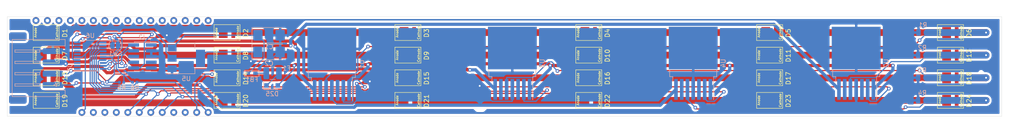
<source format=kicad_pcb>
(kicad_pcb (version 20171130) (host pcbnew "(5.1.6)-1")
  (layers (0 F.Cu signal) (31 B.Cu signal) (34 B.Paste user) (35 F.Paste user) (36 B.SilkS user) (37 F.SilkS user) (38 B.Mask user) (39 F.Mask user) (44 Edge.Cuts user))
  (net 0 "")
  (net 1 "Net-(D1-Pad2)")
  (net 2 "Net-(D1-Pad1)")
  (net 3 "Net-(D2-Pad1)")
  (net 4 "Net-(D3-Pad1)")
  (net 5 "Net-(D4-Pad1)")
  (net 6 "Net-(D10-Pad1)")
  (net 7 "Net-(D11-Pad1)")
  (net 8 "Net-(D12-Pad1)")
  (net 9 "Net-(D13-Pad1)")
  (net 10 "Net-(D10-Pad2)")
  (net 11 "Net-(D13-Pad2)")
  (net 12 "Net-(D19-Pad2)")
  (net 13 "Net-(D7-Pad2)")
  (net 14 "Net-(D7-Pad1)")
  (net 15 "Net-(D19-Pad1)")
  (net 16 "Net-(D5-Pad1)")
  (net 17 "Net-(D6-Pad1)")
  (net 18 "Net-(D8-Pad1)")
  (net 19 "Net-(D14-Pad1)")
  (net 20 "Net-(D15-Pad1)")
  (net 21 "Net-(D16-Pad1)")
  (net 22 "Net-(D17-Pad1)")
  (net 23 "Net-(D18-Pad1)")
  (net 24 "Net-(D20-Pad1)")
  (net 25 "Net-(D21-Pad1)")
  (net 26 "Net-(D22-Pad1)")
  (net 27 "Net-(D23-Pad1)")
  (net 28 "Net-(D24-Pad1)")
  (net 29 VDC)
  (net 30 SWD-GND)
  (net 31 UC-pwm1)
  (net 32 UC-pwm2)
  (net 33 UC-pwm3)
  (net 34 UC-pwm4)
  (net 35 SWD-SWCLK)
  (net 36 SWD-SWIO)
  (net 37 nRESET)
  (net 38 i2c-addr)
  (net 39 "Net-(C1-Pad1)")
  (net 40 I2c-SDA)
  (net 41 "Net-(F1-Pad2)")
  (net 42 I2c-SCL)
  (net 43 "Net-(D25-Pad1)")
  (net 44 +3.3V)
  (module Resistor_SMD:R_0402_1005Metric (layer B.Cu) (at 68.21 94.5)
    (fp_text reference R6 (at 0 1.17) (layer B.SilkS) (effects (justify mirror)))
    (fp_text value 4.7K)
    (pad 2 smd roundrect (at 0.485 0) (size 0.59 0.64) (layers B.Cu B.Paste B.Mask) (net 42 I2c-SCL))
    (pad 1 smd roundrect (at -0.485 0) (size 0.59 0.64) (layers B.Cu B.Paste B.Mask) (net 44 +3.3V))
  )
  (module Resistor_SMD:R_0402_1005Metric (layer B.Cu) (at 65.3 94.5)
    (fp_text reference R5 (at 0 1.17) (layer B.SilkS) (effects (justify mirror)))
    (fp_text value 4.7K)
    (pad 2 smd roundrect (at 0.485 0) (size 0.59 0.64) (layers B.Cu B.Paste B.Mask) (net 44 +3.3V))
    (pad 1 smd roundrect (at -0.485 0) (size 0.59 0.64) (layers B.Cu B.Paste B.Mask) (net 40 I2c-SDA))
  )
  (module Adafruit_FeatherWing:PCB_FeatherWing (layer B.Cu) (at 65.4 91)
    (fp_text reference A1)
    (fp_text value Particle_Boron)
    (pad NC thru_hole circle (at 19.05 -10.16) (size 1.524 1.524) (drill 0.762) (layers *.Cu *.Mask))
    (pad TX thru_hole circle (at 16.51 -10.16) (size 1.524 1.524) (drill 0.762) (layers *.Cu *.Mask))
    (pad RX thru_hole circle (at 13.97 -10.16) (size 1.524 1.524) (drill 0.762) (layers *.Cu *.Mask))
    (pad MI thru_hole circle (at 11.43 -10.16) (size 1.524 1.524) (drill 0.762) (layers *.Cu *.Mask))
    (pad MO thru_hole circle (at 8.89 -10.16) (size 1.524 1.524) (drill 0.762) (layers *.Cu *.Mask))
    (pad SCK thru_hole circle (at 6.35 -10.16) (size 1.524 1.524) (drill 0.762) (layers *.Cu *.Mask))
    (pad A5 thru_hole circle (at 3.81 -10.16) (size 1.524 1.524) (drill 0.762) (layers *.Cu *.Mask))
    (pad A4 thru_hole circle (at 1.27 -10.16) (size 1.524 1.524) (drill 0.762) (layers *.Cu *.Mask))
    (pad A3 thru_hole circle (at -1.27 -10.16) (size 1.524 1.524) (drill 0.762) (layers *.Cu *.Mask))
    (pad A2 thru_hole circle (at -3.81 -10.16) (size 1.524 1.524) (drill 0.762) (layers *.Cu *.Mask))
    (pad A1 thru_hole circle (at -6.35 -10.16) (size 1.524 1.524) (drill 0.762) (layers *.Cu *.Mask))
    (pad A0 thru_hole circle (at -8.89 -10.16) (size 1.524 1.524) (drill 0.762) (layers *.Cu *.Mask))
    (pad MD thru_hole circle (at -13.97 -10.16) (size 1.524 1.524) (drill 0.762) (layers *.Cu *.Mask))
    (pad RESET thru_hole circle (at -19.05 -10.16) (size 1.524 1.524) (drill 0.762) (layers *.Cu *.Mask))
    (pad SDA thru_hole circle (at 19.05 10.16) (size 1.524 1.524) (drill 0.762) (layers *.Cu *.Mask) (net 40 I2c-SDA))
    (pad SCL thru_hole circle (at 16.51 10.16) (size 1.524 1.524) (drill 0.762) (layers *.Cu *.Mask) (net 42 I2c-SCL))
    (pad D2 thru_hole circle (at 13.97 10.16) (size 1.524 1.524) (drill 0.762) (layers *.Cu *.Mask))
    (pad D3 thru_hole circle (at 11.43 10.16) (size 1.524 1.524) (drill 0.762) (layers *.Cu *.Mask))
    (pad D4 thru_hole circle (at 8.89 10.16) (size 1.524 1.524) (drill 0.762) (layers *.Cu *.Mask) (net 34 UC-pwm4))
    (pad D5 thru_hole circle (at 6.35 10.16) (size 1.524 1.524) (drill 0.762) (layers *.Cu *.Mask) (net 33 UC-pwm3))
    (pad D6 thru_hole circle (at 3.81 10.16) (size 1.524 1.524) (drill 0.762) (layers *.Cu *.Mask) (net 32 UC-pwm2))
    (pad D7 thru_hole circle (at 1.27 10.16) (size 1.524 1.524) (drill 0.762) (layers *.Cu *.Mask) (net 31 UC-pwm1))
    (pad D8 thru_hole circle (at -1.27 10.16) (size 1.524 1.524) (drill 0.762) (layers *.Cu *.Mask))
    (pad VUSB thru_hole circle (at -3.81 10.16) (size 1.524 1.524) (drill 0.762) (layers *.Cu *.Mask))
    (pad EN thru_hole circle (at -6.35 10.16) (size 1.524 1.524) (drill 0.762) (layers *.Cu *.Mask))
    (pad LI+ thru_hole circle (at -8.89 10.16) (size 1.524 1.524) (drill 0.762) (layers *.Cu *.Mask) (net 44 +3.3V))
    (pad 3V3 thru_hole circle (at -16.51 -10.16) (size 1.524 1.524) (drill 0.762) (layers *.Cu *.Mask))
    (pad GND thru_hole circle (at -11.43 -10.16) (size 1.524 1.524) (drill 0.762) (layers *.Cu *.Mask))
  )
  (module Fuse:Fuse_1210_3225Metric (layer B.Cu) (at 98.7 92.5 180)
    (fp_text reference F1 (at -3.1 1.1) (layer B.SilkS) (effects (justify mirror)))
    (fp_text value 400mA)
    (pad 2 smd roundrect (at 1.4 0 180) (size 1.25 2.65) (layers B.Cu B.Paste B.Mask) (roundrect_rratio 0.2) (net 41 "Net-(F1-Pad2)"))
    (pad 1 smd roundrect (at -1.4 0 180) (size 1.25 2.65) (layers B.Cu B.Paste B.Mask) (roundrect_rratio 0.2) (net 43 "Net-(D25-Pad1)"))
  )
  (module Diode_SMD:D_SOD-323_HandSoldering (layer B.Cu) (at 98.6 95.2)
    (fp_text reference D25 (at 0 1.85) (layer B.SilkS) (effects (justify mirror)))
    (fp_text value D_Schottky)
    (pad 2 smd rect (at 1.25 0) (size 1 1) (layers B.Cu B.Paste B.Mask) (net 29 VDC))
    (pad 1 smd rect (at -1.25 0) (size 1 1) (layers B.Cu B.Paste B.Mask) (net 43 "Net-(D25-Pad1)"))
  )
  (module Package_TO_SOT_SMD:TO-263-7_TabPin4 (layer B.Cu) (at 151.725 90.3 90)
    (fp_text reference U3 (at 0 6.65 90) (layer B.SilkS) (effects (justify mirror)))
    (fp_text value TLE4309)
    (pad 1 smd rect (at -5.775 3.81 90) (size 4.6 0.8) (layers B.Cu B.Paste B.Mask) (net 29 VDC))
    (pad 2 smd rect (at -5.775 2.54 90) (size 4.6 0.8) (layers B.Cu B.Paste B.Mask) (net 33 UC-pwm3))
    (pad 3 smd rect (at -5.775 1.27 90) (size 4.6 0.8) (layers B.Cu B.Paste B.Mask))
    (pad 4 smd rect (at -5.775 0 90) (size 4.6 0.8) (layers B.Cu B.Paste B.Mask) (net 30 SWD-GND))
    (pad 5 smd rect (at -5.775 -1.27 90) (size 4.6 0.8) (layers B.Cu B.Paste B.Mask) (net 23 "Net-(D18-Pad1)"))
    (pad 6 smd rect (at -5.775 -2.54 90) (size 4.6 0.8) (layers B.Cu B.Paste B.Mask))
    (pad 7 smd rect (at -5.775 -3.81 90) (size 4.6 0.8) (layers B.Cu B.Paste B.Mask) (net 11 "Net-(D13-Pad2)"))
    (pad 4 smd rect (at 3.375 0 90) (size 9.4 10.8) (layers B.Cu B.Mask) (net 30 SWD-GND))
  )
  (module Capacitor_Tantalum_SMD:CP_EIA-6032-28_Kemet-C (layer B.Cu) (at 97.9 87.8)
    (fp_text reference C2 (at 0 2.55) (layer B.SilkS) (effects (justify mirror)))
    (fp_text value 10u)
    (pad 2 smd roundrect (at 2.4625 0) (size 2.075 2.35) (layers B.Cu B.Paste B.Mask) (roundrect_rratio 0.120482) (net 30 SWD-GND))
    (pad 1 smd roundrect (at -2.4625 0) (size 2.075 2.35) (layers B.Cu B.Paste B.Mask) (roundrect_rratio 0.120482) (net 44 +3.3V))
  )
  (module Capacitor_Tantalum_SMD:CP_EIA-6032-28_Kemet-C (layer B.Cu) (at 97.9 84.1)
    (fp_text reference C1 (at 0 2.55) (layer B.SilkS) (effects (justify mirror)))
    (fp_text value 10u)
    (pad 2 smd roundrect (at 2.4625 0) (size 2.075 2.35) (layers B.Cu B.Paste B.Mask) (roundrect_rratio 0.120482) (net 30 SWD-GND))
    (pad 1 smd roundrect (at -2.4625 0) (size 2.075 2.35) (layers B.Cu B.Paste B.Mask) (roundrect_rratio 0.120482) (net 39 "Net-(C1-Pad1)"))
  )
  (module Connector_JST:JST_XH_S4B-XH-A-1_1x04_P2.50mm_Horizontal-SMD (layer B.Cu) (at 48.8 95.1 90)
    (fp_text reference J3 (at 3.75 5.1 90) (layer B.SilkS) (effects (justify mirror)))
    (fp_text value Conn_01x04_Male)
    (pad 4 smd roundrect (at 7.5 1.3 90) (size 1.3 4.5) (layers B.Cu B.Paste B.Mask) (net 30 SWD-GND))
    (pad 3 smd roundrect (at 5 1.3 90) (size 1.3 4.5) (layers B.Cu B.Paste B.Mask) (net 29 VDC))
    (pad 2 smd roundrect (at 2.5 1.3 90) (size 1.3 4.5) (layers B.Cu B.Paste B.Mask) (net 40 I2c-SDA))
    (pad 1 smd roundrect (at 0 1.3 90) (size 1.3 4.5) (layers B.Cu B.Paste B.Mask) (roundrect_rratio 0.147) (net 42 I2c-SCL))
    (pad 5 smd roundrect (at 10.7 -6.45 90) (size 1.9 3.9) (layers B.Cu B.Paste B.Mask))
    (pad 6 smd roundrect (at -3.2 -6.45 90) (size 1.9 3.9) (layers B.Cu B.Paste B.Mask))
  )
  (module Package_SO:TSSOP-20_4.4x6.5mm_P0.65mm (layer B.Cu) (at 58.35 88.6)
    (fp_text reference U6 (at 0 -4.4) (layer B.SilkS) (effects (justify mirror)))
    (fp_text value STM32F030F4Px)
    (pad 1 smd roundrect (at -2.8625 2.925) (size 1.475 0.4) (layers B.Cu B.Paste B.Mask))
    (pad 2 smd roundrect (at -2.8625 2.275) (size 1.475 0.4) (layers B.Cu B.Paste B.Mask))
    (pad 3 smd roundrect (at -2.8625 1.625) (size 1.475 0.4) (layers B.Cu B.Paste B.Mask))
    (pad 4 smd roundrect (at -2.8625 0.975) (size 1.475 0.4) (layers B.Cu B.Paste B.Mask) (net 37 nRESET))
    (pad 5 smd roundrect (at -2.8625 0.325) (size 1.475 0.4) (layers B.Cu B.Paste B.Mask) (net 44 +3.3V))
    (pad 6 smd roundrect (at -2.8625 -0.325) (size 1.475 0.4) (layers B.Cu B.Paste B.Mask))
    (pad 7 smd roundrect (at -2.8625 -0.975) (size 1.475 0.4) (layers B.Cu B.Paste B.Mask))
    (pad 8 smd roundrect (at -2.8625 -1.625) (size 1.475 0.4) (layers B.Cu B.Paste B.Mask))
    (pad 9 smd roundrect (at -2.8625 -2.275) (size 1.475 0.4) (layers B.Cu B.Paste B.Mask))
    (pad 10 smd roundrect (at -2.8625 -2.925) (size 1.475 0.4) (layers B.Cu B.Paste B.Mask) (net 38 i2c-addr))
    (pad 11 smd roundrect (at 2.8625 -2.925) (size 1.475 0.4) (layers B.Cu B.Paste B.Mask) (net 31 UC-pwm1))
    (pad 12 smd roundrect (at 2.8625 -2.275) (size 1.475 0.4) (layers B.Cu B.Paste B.Mask) (net 32 UC-pwm2))
    (pad 13 smd roundrect (at 2.8625 -1.625) (size 1.475 0.4) (layers B.Cu B.Paste B.Mask) (net 33 UC-pwm3))
    (pad 14 smd roundrect (at 2.8625 -0.975) (size 1.475 0.4) (layers B.Cu B.Paste B.Mask) (net 34 UC-pwm4))
    (pad 15 smd roundrect (at 2.8625 -0.325) (size 1.475 0.4) (layers B.Cu B.Paste B.Mask) (net 30 SWD-GND))
    (pad 16 smd roundrect (at 2.8625 0.325) (size 1.475 0.4) (layers B.Cu B.Paste B.Mask) (net 44 +3.3V))
    (pad 17 smd roundrect (at 2.8625 0.975) (size 1.475 0.4) (layers B.Cu B.Paste B.Mask) (net 42 I2c-SCL))
    (pad 18 smd roundrect (at 2.8625 1.625) (size 1.475 0.4) (layers B.Cu B.Paste B.Mask) (net 40 I2c-SDA))
    (pad 19 smd roundrect (at 2.8625 2.275) (size 1.475 0.4) (layers B.Cu B.Paste B.Mask) (net 36 SWD-SWIO))
    (pad 20 smd roundrect (at 2.8625 2.925) (size 1.475 0.4) (layers B.Cu B.Paste B.Mask) (net 35 SWD-SWCLK))
  )
  (module Ferrite_THT:fb-1,60mmx0,80mm (layer B.Cu) (at 94.1 94.4)
    (fp_text reference FB1 (at 0 -0.5) (layer B.SilkS) (effects (justify mirror)))
    (fp_text value "100ohm @ 100MHz")
    (pad 2 smd rect (at 0.79 -1.88) (size 0.95 0.7) (layers B.Cu B.Paste B.Mask) (net 41 "Net-(F1-Pad2)"))
    (pad 1 smd rect (at -0.86 -1.88) (size 0.95 0.7) (layers B.Cu B.Paste B.Mask) (net 39 "Net-(C1-Pad1)"))
  )
  (module Jumper:SolderJumper-2_P1.3mm_Open_RoundedPad1.0x1.5mm (layer B.Cu) (at 63.9 86.35)
    (fp_text reference SW1 (at 0 1.8) (layer B.SilkS) (effects (justify mirror)))
    (fp_text value SW-I2C)
    (pad 2 smd custom (at 0.65 0) (size 1 0.5) (layers B.Cu B.Mask) (net 30 SWD-GND) (options (clearance outline) (anchor rect)) (primitives (gr_circle (center 0 -0.25) (end 0.5 -0.25) (width 0)) (gr_circle (center 0 0.25) (end 0.5 0.25) (width 0)) (gr_poly (pts (xy 0 0.75) (xy -0.5 0.75) (xy -0.5 -0.75) (xy 0 -0.75)) (width 0))))
    (pad 1 smd custom (at -0.65 0) (size 1 0.5) (layers B.Cu B.Mask) (net 38 i2c-addr) (options (clearance outline) (anchor rect)) (primitives (gr_circle (center 0 -0.25) (end 0.5 -0.25) (width 0)) (gr_circle (center 0 0.25) (end 0.5 0.25) (width 0)) (gr_poly (pts (xy 0 0.75) (xy 0.5 0.75) (xy 0.5 -0.75) (xy 0 -0.75)) (width 0))))
  )
  (module Connector_PinHeader_1.27mm:PinHeader_2x05_P1.27mm_Vertical_SMD (layer B.Cu) (at 69.9 88.8 180)
    (fp_text reference J2 (at 0 4.235) (layer B.SilkS) (effects (justify mirror)))
    (fp_text value Conn_02x05_Odd_Even)
    (pad 1 smd rect (at -1.95 2.54 180) (size 2.4 0.74) (layers B.Cu B.Paste B.Mask))
    (pad 2 smd rect (at 1.95 2.54 180) (size 2.4 0.74) (layers B.Cu B.Paste B.Mask) (net 36 SWD-SWIO))
    (pad 3 smd rect (at -1.95 1.27 180) (size 2.4 0.74) (layers B.Cu B.Paste B.Mask) (net 30 SWD-GND))
    (pad 4 smd rect (at 1.95 1.27 180) (size 2.4 0.74) (layers B.Cu B.Paste B.Mask) (net 35 SWD-SWCLK))
    (pad 5 smd rect (at -1.95 0 180) (size 2.4 0.74) (layers B.Cu B.Paste B.Mask) (net 30 SWD-GND))
    (pad 6 smd rect (at 1.95 0 180) (size 2.4 0.74) (layers B.Cu B.Paste B.Mask))
    (pad 7 smd rect (at -1.95 -1.27 180) (size 2.4 0.74) (layers B.Cu B.Paste B.Mask))
    (pad 8 smd rect (at 1.95 -1.27 180) (size 2.4 0.74) (layers B.Cu B.Paste B.Mask))
    (pad 9 smd rect (at -1.95 -2.54 180) (size 2.4 0.74) (layers B.Cu B.Paste B.Mask))
    (pad 10 smd rect (at 1.95 -2.54 180) (size 2.4 0.74) (layers B.Cu B.Paste B.Mask) (net 37 nRESET))
  )
  (module Package_TO_SOT_SMD:SOT-223-3_TabPin2 (layer B.Cu) (at 79.6 89.2)
    (fp_text reference U5 (at 0 4.5) (layer B.SilkS) (effects (justify mirror)))
    (fp_text value AMS1117-3.3)
    (pad 1 smd rect (at -3.15 2.3) (size 2 1.5) (layers B.Cu B.Paste B.Mask) (net 30 SWD-GND))
    (pad 3 smd rect (at -3.15 -2.3) (size 2 1.5) (layers B.Cu B.Paste B.Mask) (net 39 "Net-(C1-Pad1)"))
    (pad 2 smd rect (at -3.15 0) (size 2 1.5) (layers B.Cu B.Paste B.Mask) (net 44 +3.3V))
    (pad 2 smd rect (at 3.15 0) (size 2 3.8) (layers B.Cu B.Paste B.Mask) (net 44 +3.3V))
  )
  (module Package_TO_SOT_SMD:TO-263-7_TabPin4 (layer B.Cu) (at 191.725 90.3 90)
    (fp_text reference U4 (at 0 6.65 90) (layer B.SilkS) (effects (justify mirror)))
    (fp_text value TLE4309)
    (pad 1 smd rect (at -5.775 3.81 90) (size 4.6 0.8) (layers B.Cu B.Paste B.Mask) (net 29 VDC))
    (pad 2 smd rect (at -5.775 2.54 90) (size 4.6 0.8) (layers B.Cu B.Paste B.Mask) (net 34 UC-pwm4))
    (pad 3 smd rect (at -5.775 1.27 90) (size 4.6 0.8) (layers B.Cu B.Paste B.Mask))
    (pad 4 smd rect (at -5.775 0 90) (size 4.6 0.8) (layers B.Cu B.Paste B.Mask) (net 30 SWD-GND))
    (pad 5 smd rect (at -5.775 -1.27 90) (size 4.6 0.8) (layers B.Cu B.Paste B.Mask) (net 28 "Net-(D24-Pad1)"))
    (pad 6 smd rect (at -5.775 -2.54 90) (size 4.6 0.8) (layers B.Cu B.Paste B.Mask))
    (pad 7 smd rect (at -5.775 -3.81 90) (size 4.6 0.8) (layers B.Cu B.Paste B.Mask) (net 12 "Net-(D19-Pad2)"))
    (pad 4 smd rect (at 3.375 0 90) (size 9.4 10.8) (layers B.Cu B.Mask) (net 30 SWD-GND))
  )
  (module Package_TO_SOT_SMD:TO-263-7_TabPin4 (layer B.Cu) (at 227.775 90.3 90)
    (fp_text reference U2 (at 0 6.65 90) (layer B.SilkS) (effects (justify mirror)))
    (fp_text value TLE4309)
    (pad 1 smd rect (at -5.775 3.81 90) (size 4.6 0.8) (layers B.Cu B.Paste B.Mask) (net 29 VDC))
    (pad 2 smd rect (at -5.775 2.54 90) (size 4.6 0.8) (layers B.Cu B.Paste B.Mask) (net 32 UC-pwm2))
    (pad 3 smd rect (at -5.775 1.27 90) (size 4.6 0.8) (layers B.Cu B.Paste B.Mask))
    (pad 4 smd rect (at -5.775 0 90) (size 4.6 0.8) (layers B.Cu B.Paste B.Mask) (net 30 SWD-GND))
    (pad 5 smd rect (at -5.775 -1.27 90) (size 4.6 0.8) (layers B.Cu B.Paste B.Mask) (net 8 "Net-(D12-Pad1)"))
    (pad 6 smd rect (at -5.775 -2.54 90) (size 4.6 0.8) (layers B.Cu B.Paste B.Mask))
    (pad 7 smd rect (at -5.775 -3.81 90) (size 4.6 0.8) (layers B.Cu B.Paste B.Mask) (net 13 "Net-(D7-Pad2)"))
    (pad 4 smd rect (at 3.375 0 90) (size 9.4 10.8) (layers B.Cu B.Mask) (net 30 SWD-GND))
  )
  (module Package_TO_SOT_SMD:TO-263-7_TabPin4 (layer B.Cu) (at 111.8 90.5 90)
    (fp_text reference U1 (at 0 6.65 90) (layer B.SilkS) (effects (justify mirror)))
    (fp_text value TLE4309)
    (pad 1 smd rect (at -5.775 3.81 90) (size 4.6 0.8) (layers B.Cu B.Paste B.Mask) (net 29 VDC))
    (pad 2 smd rect (at -5.775 2.54 90) (size 4.6 0.8) (layers B.Cu B.Paste B.Mask) (net 31 UC-pwm1))
    (pad 3 smd rect (at -5.775 1.27 90) (size 4.6 0.8) (layers B.Cu B.Paste B.Mask))
    (pad 4 smd rect (at -5.775 0 90) (size 4.6 0.8) (layers B.Cu B.Paste B.Mask) (net 30 SWD-GND))
    (pad 5 smd rect (at -5.775 -1.27 90) (size 4.6 0.8) (layers B.Cu B.Paste B.Mask) (net 17 "Net-(D6-Pad1)"))
    (pad 6 smd rect (at -5.775 -2.54 90) (size 4.6 0.8) (layers B.Cu B.Paste B.Mask))
    (pad 7 smd rect (at -5.775 -3.81 90) (size 4.6 0.8) (layers B.Cu B.Paste B.Mask) (net 1 "Net-(D1-Pad2)"))
    (pad 4 smd rect (at 3.375 0 90) (size 9.4 10.8) (layers B.Cu B.Mask) (net 30 SWD-GND))
  )
  (module LED_SMD:Sunplus-35 (layer F.Cu) (at 170 83.5 270)
    (fp_text reference D4 (at 0.12 -2.75 270) (layer F.SilkS))
    (fp_text value LED)
    (fp_text user Cathode (at 0 -1 270) (layer F.SilkS) (effects (font (size 0.5 0.5) (thickness 0.1))))
    (fp_text user Anode (at 0 3.75 270) (layer F.SilkS) (effects (font (size 0.5 0.5) (thickness 0.1))))
    (pad 1 smd rect (at 0 0 90) (size 2.4 0.82) (layers F.Cu F.Paste F.Mask) (net 5 "Net-(D4-Pad1)"))
    (pad 2 smd rect (at 0 2.225 90) (size 2.4 1.93) (layers F.Cu F.Paste F.Mask) (net 4 "Net-(D3-Pad1)"))
  )
  (module LED_SMD:Sunplus-35 (layer F.Cu) (at 250 98.5 270)
    (fp_text reference D24 (at 0.12 -2.75 90) (layer F.SilkS))
    (fp_text value LED)
    (fp_text user Cathode (at 0 -1 90) (layer F.SilkS) (effects (font (size 0.5 0.5) (thickness 0.1))))
    (fp_text user Anode (at 0 3.75 90) (layer F.SilkS) (effects (font (size 0.5 0.5) (thickness 0.1))))
    (pad 1 smd rect (at 0 0 90) (size 2.4 0.82) (layers F.Cu F.Paste F.Mask) (net 28 "Net-(D24-Pad1)"))
    (pad 2 smd rect (at 0 2.225 90) (size 2.4 1.93) (layers F.Cu F.Paste F.Mask) (net 27 "Net-(D23-Pad1)"))
  )
  (module LED_SMD:Sunplus-35 (layer F.Cu) (at 210 98.5 270)
    (fp_text reference D23 (at 0.12 -2.75 90) (layer F.SilkS))
    (fp_text value LED)
    (fp_text user Cathode (at 0 -1 90) (layer F.SilkS) (effects (font (size 0.5 0.5) (thickness 0.1))))
    (fp_text user Anode (at 0 3.75 90) (layer F.SilkS) (effects (font (size 0.5 0.5) (thickness 0.1))))
    (pad 1 smd rect (at 0 0 90) (size 2.4 0.82) (layers F.Cu F.Paste F.Mask) (net 27 "Net-(D23-Pad1)"))
    (pad 2 smd rect (at 0 2.225 90) (size 2.4 1.93) (layers F.Cu F.Paste F.Mask) (net 26 "Net-(D22-Pad1)"))
  )
  (module LED_SMD:Sunplus-35 (layer F.Cu) (at 170 98.5 270)
    (fp_text reference D22 (at 0.12 -2.75 90) (layer F.SilkS))
    (fp_text value LED)
    (fp_text user Cathode (at 0 -1 90) (layer F.SilkS) (effects (font (size 0.5 0.5) (thickness 0.1))))
    (fp_text user Anode (at 0 3.75 90) (layer F.SilkS) (effects (font (size 0.5 0.5) (thickness 0.1))))
    (pad 1 smd rect (at 0 0 90) (size 2.4 0.82) (layers F.Cu F.Paste F.Mask) (net 26 "Net-(D22-Pad1)"))
    (pad 2 smd rect (at 0 2.225 90) (size 2.4 1.93) (layers F.Cu F.Paste F.Mask) (net 25 "Net-(D21-Pad1)"))
  )
  (module LED_SMD:Sunplus-35 (layer F.Cu) (at 130 98.5 270)
    (fp_text reference D21 (at 0.12 -2.75 90) (layer F.SilkS))
    (fp_text value LED)
    (fp_text user Cathode (at 0 -1 90) (layer F.SilkS) (effects (font (size 0.5 0.5) (thickness 0.1))))
    (fp_text user Anode (at 0 3.75 90) (layer F.SilkS) (effects (font (size 0.5 0.5) (thickness 0.1))))
    (pad 1 smd rect (at 0 0 90) (size 2.4 0.82) (layers F.Cu F.Paste F.Mask) (net 25 "Net-(D21-Pad1)"))
    (pad 2 smd rect (at 0 2.225 90) (size 2.4 1.93) (layers F.Cu F.Paste F.Mask) (net 24 "Net-(D20-Pad1)"))
  )
  (module LED_SMD:Sunplus-35 (layer F.Cu) (at 90 98.5 270)
    (fp_text reference D20 (at 0.12 -2.75 90) (layer F.SilkS))
    (fp_text value LED)
    (fp_text user Cathode (at 0 -1 90) (layer F.SilkS) (effects (font (size 0.5 0.5) (thickness 0.1))))
    (fp_text user Anode (at 0 3.75 90) (layer F.SilkS) (effects (font (size 0.5 0.5) (thickness 0.1))))
    (pad 1 smd rect (at 0 0 90) (size 2.4 0.82) (layers F.Cu F.Paste F.Mask) (net 24 "Net-(D20-Pad1)"))
    (pad 2 smd rect (at 0 2.225 90) (size 2.4 1.93) (layers F.Cu F.Paste F.Mask) (net 15 "Net-(D19-Pad1)"))
  )
  (module LED_SMD:Sunplus-35 (layer F.Cu) (at 50 98.5 270)
    (fp_text reference D19 (at 0.12 -2.75 90) (layer F.SilkS))
    (fp_text value LED)
    (fp_text user Cathode (at 0 -1 90) (layer F.SilkS) (effects (font (size 0.5 0.5) (thickness 0.1))))
    (fp_text user Anode (at 0 3.75 90) (layer F.SilkS) (effects (font (size 0.5 0.5) (thickness 0.1))))
    (pad 1 smd rect (at 0 0 90) (size 2.4 0.82) (layers F.Cu F.Paste F.Mask) (net 15 "Net-(D19-Pad1)"))
    (pad 2 smd rect (at 0 2.225 90) (size 2.4 1.93) (layers F.Cu F.Paste F.Mask) (net 12 "Net-(D19-Pad2)"))
  )
  (module LED_SMD:Sunplus-35 (layer F.Cu) (at 250 93.5 270)
    (fp_text reference D18 (at 0.12 -2.75 90) (layer F.SilkS))
    (fp_text value LED)
    (fp_text user Cathode (at 0 -1 90) (layer F.SilkS) (effects (font (size 0.5 0.5) (thickness 0.1))))
    (fp_text user Anode (at 0 3.75 90) (layer F.SilkS) (effects (font (size 0.5 0.5) (thickness 0.1))))
    (pad 1 smd rect (at 0 0 90) (size 2.4 0.82) (layers F.Cu F.Paste F.Mask) (net 23 "Net-(D18-Pad1)"))
    (pad 2 smd rect (at 0 2.225 90) (size 2.4 1.93) (layers F.Cu F.Paste F.Mask) (net 22 "Net-(D17-Pad1)"))
  )
  (module LED_SMD:Sunplus-35 (layer F.Cu) (at 210 93.5 270)
    (fp_text reference D17 (at 0.12 -2.75 90) (layer F.SilkS))
    (fp_text value LED)
    (fp_text user Cathode (at 0 -1 90) (layer F.SilkS) (effects (font (size 0.5 0.5) (thickness 0.1))))
    (fp_text user Anode (at 0 3.75 90) (layer F.SilkS) (effects (font (size 0.5 0.5) (thickness 0.1))))
    (pad 1 smd rect (at 0 0 90) (size 2.4 0.82) (layers F.Cu F.Paste F.Mask) (net 22 "Net-(D17-Pad1)"))
    (pad 2 smd rect (at 0 2.225 90) (size 2.4 1.93) (layers F.Cu F.Paste F.Mask) (net 21 "Net-(D16-Pad1)"))
  )
  (module LED_SMD:Sunplus-35 (layer F.Cu) (at 170 93.5 270)
    (fp_text reference D16 (at 0.12 -2.75 90) (layer F.SilkS))
    (fp_text value LED)
    (fp_text user Cathode (at 0 -1 90) (layer F.SilkS) (effects (font (size 0.5 0.5) (thickness 0.1))))
    (fp_text user Anode (at 0 3.75 90) (layer F.SilkS) (effects (font (size 0.5 0.5) (thickness 0.1))))
    (pad 1 smd rect (at 0 0 90) (size 2.4 0.82) (layers F.Cu F.Paste F.Mask) (net 21 "Net-(D16-Pad1)"))
    (pad 2 smd rect (at 0 2.225 90) (size 2.4 1.93) (layers F.Cu F.Paste F.Mask) (net 20 "Net-(D15-Pad1)"))
  )
  (module LED_SMD:Sunplus-35 (layer F.Cu) (at 130 93.5 270)
    (fp_text reference D15 (at 0.12 -2.75 90) (layer F.SilkS))
    (fp_text value LED)
    (fp_text user Cathode (at 0 -1 90) (layer F.SilkS) (effects (font (size 0.5 0.5) (thickness 0.1))))
    (fp_text user Anode (at 0 3.75 90) (layer F.SilkS) (effects (font (size 0.5 0.5) (thickness 0.1))))
    (pad 1 smd rect (at 0 0 90) (size 2.4 0.82) (layers F.Cu F.Paste F.Mask) (net 20 "Net-(D15-Pad1)"))
    (pad 2 smd rect (at 0 2.225 90) (size 2.4 1.93) (layers F.Cu F.Paste F.Mask) (net 19 "Net-(D14-Pad1)"))
  )
  (module LED_SMD:Sunplus-35 (layer F.Cu) (at 90 93.5 270)
    (fp_text reference D14 (at 0.12 -2.75 90) (layer F.SilkS))
    (fp_text value LED)
    (fp_text user Cathode (at 0 -1 90) (layer F.SilkS) (effects (font (size 0.5 0.5) (thickness 0.1))))
    (fp_text user Anode (at 0 3.75 90) (layer F.SilkS) (effects (font (size 0.5 0.5) (thickness 0.1))))
    (pad 1 smd rect (at 0 0 90) (size 2.4 0.82) (layers F.Cu F.Paste F.Mask) (net 19 "Net-(D14-Pad1)"))
    (pad 2 smd rect (at 0 2.225 90) (size 2.4 1.93) (layers F.Cu F.Paste F.Mask) (net 9 "Net-(D13-Pad1)"))
  )
  (module LED_SMD:Sunplus-35 (layer F.Cu) (at 50 93.5 270)
    (fp_text reference D13 (at 0.12 -2.75 90) (layer F.SilkS))
    (fp_text value LED)
    (fp_text user Cathode (at 0 -1 90) (layer F.SilkS) (effects (font (size 0.5 0.5) (thickness 0.1))))
    (fp_text user Anode (at 0 3.75 90) (layer F.SilkS) (effects (font (size 0.5 0.5) (thickness 0.1))))
    (pad 1 smd rect (at 0 0 90) (size 2.4 0.82) (layers F.Cu F.Paste F.Mask) (net 9 "Net-(D13-Pad1)"))
    (pad 2 smd rect (at 0 2.225 90) (size 2.4 1.93) (layers F.Cu F.Paste F.Mask) (net 11 "Net-(D13-Pad2)"))
  )
  (module LED_SMD:Sunplus-35 (layer F.Cu) (at 250 88.5 270)
    (fp_text reference D12 (at 0.12 -2.75 90) (layer F.SilkS))
    (fp_text value LED)
    (fp_text user Cathode (at 0 -1 90) (layer F.SilkS) (effects (font (size 0.5 0.5) (thickness 0.1))))
    (fp_text user Anode (at 0 3.75 90) (layer F.SilkS) (effects (font (size 0.5 0.5) (thickness 0.1))))
    (pad 1 smd rect (at 0 0 90) (size 2.4 0.82) (layers F.Cu F.Paste F.Mask) (net 8 "Net-(D12-Pad1)"))
    (pad 2 smd rect (at 0 2.225 90) (size 2.4 1.93) (layers F.Cu F.Paste F.Mask) (net 7 "Net-(D11-Pad1)"))
  )
  (module LED_SMD:Sunplus-35 (layer F.Cu) (at 210 88.5 270)
    (fp_text reference D11 (at 0.12 -2.75 90) (layer F.SilkS))
    (fp_text value LED)
    (fp_text user Cathode (at 0 -1 90) (layer F.SilkS) (effects (font (size 0.5 0.5) (thickness 0.1))))
    (fp_text user Anode (at 0 3.75 90) (layer F.SilkS) (effects (font (size 0.5 0.5) (thickness 0.1))))
    (pad 1 smd rect (at 0 0 90) (size 2.4 0.82) (layers F.Cu F.Paste F.Mask) (net 7 "Net-(D11-Pad1)"))
    (pad 2 smd rect (at 0 2.225 90) (size 2.4 1.93) (layers F.Cu F.Paste F.Mask) (net 6 "Net-(D10-Pad1)"))
  )
  (module LED_SMD:Sunplus-35 (layer F.Cu) (at 170 88.5 270)
    (fp_text reference D10 (at 0.12 -2.75 90) (layer F.SilkS))
    (fp_text value LED)
    (fp_text user Cathode (at 0 -1 90) (layer F.SilkS) (effects (font (size 0.5 0.5) (thickness 0.1))))
    (fp_text user Anode (at 0 3.75 90) (layer F.SilkS) (effects (font (size 0.5 0.5) (thickness 0.1))))
    (pad 1 smd rect (at 0 0 90) (size 2.4 0.82) (layers F.Cu F.Paste F.Mask) (net 6 "Net-(D10-Pad1)"))
    (pad 2 smd rect (at 0 2.225 90) (size 2.4 1.93) (layers F.Cu F.Paste F.Mask) (net 10 "Net-(D10-Pad2)"))
  )
  (module LED_SMD:Sunplus-35 (layer F.Cu) (at 130 88.5 270)
    (fp_text reference D9 (at 0.12 -2.75 90) (layer F.SilkS))
    (fp_text value LED)
    (fp_text user Cathode (at 0 -1 90) (layer F.SilkS) (effects (font (size 0.5 0.5) (thickness 0.1))))
    (fp_text user Anode (at 0 3.75 90) (layer F.SilkS) (effects (font (size 0.5 0.5) (thickness 0.1))))
    (pad 1 smd rect (at 0 0 90) (size 2.4 0.82) (layers F.Cu F.Paste F.Mask) (net 10 "Net-(D10-Pad2)"))
    (pad 2 smd rect (at 0 2.225 90) (size 2.4 1.93) (layers F.Cu F.Paste F.Mask) (net 18 "Net-(D8-Pad1)"))
  )
  (module LED_SMD:Sunplus-35 (layer F.Cu) (at 90 88.5 270)
    (fp_text reference D8 (at 0.12 -2.75 90) (layer F.SilkS))
    (fp_text value LED)
    (fp_text user Cathode (at 0 -1 90) (layer F.SilkS) (effects (font (size 0.5 0.5) (thickness 0.1))))
    (fp_text user Anode (at 0 3.75 90) (layer F.SilkS) (effects (font (size 0.5 0.5) (thickness 0.1))))
    (pad 1 smd rect (at 0 0 90) (size 2.4 0.82) (layers F.Cu F.Paste F.Mask) (net 18 "Net-(D8-Pad1)"))
    (pad 2 smd rect (at 0 2.225 90) (size 2.4 1.93) (layers F.Cu F.Paste F.Mask) (net 14 "Net-(D7-Pad1)"))
  )
  (module LED_SMD:Sunplus-35 (layer F.Cu) (at 50 88.5 270)
    (fp_text reference D7 (at 0.12 -2.75 90) (layer F.SilkS))
    (fp_text value LED)
    (fp_text user Cathode (at 0 -1 90) (layer F.SilkS) (effects (font (size 0.5 0.5) (thickness 0.1))))
    (fp_text user Anode (at 0 3.75 90) (layer F.SilkS) (effects (font (size 0.5 0.5) (thickness 0.1))))
    (pad 1 smd rect (at 0 0 90) (size 2.4 0.82) (layers F.Cu F.Paste F.Mask) (net 14 "Net-(D7-Pad1)"))
    (pad 2 smd rect (at 0 2.225 90) (size 2.4 1.93) (layers F.Cu F.Paste F.Mask) (net 13 "Net-(D7-Pad2)"))
  )
  (module LED_SMD:Sunplus-35 (layer F.Cu) (at 250 83.5 270)
    (fp_text reference D6 (at 0.12 -2.75 90) (layer F.SilkS))
    (fp_text value LED)
    (fp_text user Cathode (at 0 -1 90) (layer F.SilkS) (effects (font (size 0.5 0.5) (thickness 0.1))))
    (fp_text user Anode (at 0 3.75 90) (layer F.SilkS) (effects (font (size 0.5 0.5) (thickness 0.1))))
    (pad 1 smd rect (at 0 0 90) (size 2.4 0.82) (layers F.Cu F.Paste F.Mask) (net 17 "Net-(D6-Pad1)"))
    (pad 2 smd rect (at 0 2.225 90) (size 2.4 1.93) (layers F.Cu F.Paste F.Mask) (net 16 "Net-(D5-Pad1)"))
  )
  (module LED_SMD:Sunplus-35 (layer F.Cu) (at 210 83.5 270)
    (fp_text reference D5 (at 0.12 -2.75 90) (layer F.SilkS))
    (fp_text value LED)
    (fp_text user Cathode (at 0 -1 90) (layer F.SilkS) (effects (font (size 0.5 0.5) (thickness 0.1))))
    (fp_text user Anode (at 0 3.75 90) (layer F.SilkS) (effects (font (size 0.5 0.5) (thickness 0.1))))
    (pad 1 smd rect (at 0 0 90) (size 2.4 0.82) (layers F.Cu F.Paste F.Mask) (net 16 "Net-(D5-Pad1)"))
    (pad 2 smd rect (at 0 2.225 90) (size 2.4 1.93) (layers F.Cu F.Paste F.Mask) (net 5 "Net-(D4-Pad1)"))
  )
  (module LED_SMD:Sunplus-35 (layer F.Cu) (at 130 83.5 270)
    (fp_text reference D3 (at 0.12 -2.75 90) (layer F.SilkS))
    (fp_text value LED)
    (fp_text user Cathode (at 0 -1 90) (layer F.SilkS) (effects (font (size 0.5 0.5) (thickness 0.1))))
    (fp_text user Anode (at 0 3.75 90) (layer F.SilkS) (effects (font (size 0.5 0.5) (thickness 0.1))))
    (pad 1 smd rect (at 0 0 90) (size 2.4 0.82) (layers F.Cu F.Paste F.Mask) (net 4 "Net-(D3-Pad1)"))
    (pad 2 smd rect (at 0 2.225 90) (size 2.4 1.93) (layers F.Cu F.Paste F.Mask) (net 3 "Net-(D2-Pad1)"))
  )
  (module LED_SMD:Sunplus-35 (layer F.Cu) (at 90 83.5 270)
    (fp_text reference D2 (at 0.12 -2.75 90) (layer F.SilkS))
    (fp_text value LED)
    (fp_text user Cathode (at 0 -1 90) (layer F.SilkS) (effects (font (size 0.5 0.5) (thickness 0.1))))
    (fp_text user Anode (at 0 3.75 90) (layer F.SilkS) (effects (font (size 0.5 0.5) (thickness 0.1))))
    (pad 1 smd rect (at 0 0 90) (size 2.4 0.82) (layers F.Cu F.Paste F.Mask) (net 3 "Net-(D2-Pad1)"))
    (pad 2 smd rect (at 0 2.225 90) (size 2.4 1.93) (layers F.Cu F.Paste F.Mask) (net 2 "Net-(D1-Pad1)"))
  )
  (module LED_SMD:Sunplus-35 (layer F.Cu) (at 50 83.5 270)
    (fp_text reference D1 (at 0.12 -2.75 90) (layer F.SilkS))
    (fp_text value LED)
    (fp_text user Cathode (at 0 -1 90) (layer F.SilkS) (effects (font (size 0.5 0.5) (thickness 0.1))))
    (fp_text user Anode (at 0 3.75 90) (layer F.SilkS) (effects (font (size 0.5 0.5) (thickness 0.1))))
    (pad 1 smd rect (at 0 0 90) (size 2.4 0.82) (layers F.Cu F.Paste F.Mask) (net 2 "Net-(D1-Pad1)"))
    (pad 2 smd rect (at 0 2.225 90) (size 2.4 1.93) (layers F.Cu F.Paste F.Mask) (net 1 "Net-(D1-Pad2)"))
  )
  (module Resistor_SMD:R_0805_2012Metric (layer B.Cu) (at 242.4 98.5 180)
    (fp_text reference R4 (at 0 1.65) (layer B.SilkS) (effects (justify mirror)))
    (fp_text value R_Small)
    (pad 2 smd roundrect (at 0.9375 0 180) (size 0.975 1.4) (layers B.Cu B.Paste B.Mask) (net 30 SWD-GND))
    (pad 1 smd roundrect (at -0.9375 0 180) (size 0.975 1.4) (layers B.Cu B.Paste B.Mask) (net 28 "Net-(D24-Pad1)"))
  )
  (module Resistor_SMD:R_0805_2012Metric (layer B.Cu) (at 242.4 93.5 180)
    (fp_text reference R3 (at 0 1.65) (layer B.SilkS) (effects (justify mirror)))
    (fp_text value R_Small)
    (pad 2 smd roundrect (at 0.9375 0 180) (size 0.975 1.4) (layers B.Cu B.Paste B.Mask) (net 30 SWD-GND))
    (pad 1 smd roundrect (at -0.9375 0 180) (size 0.975 1.4) (layers B.Cu B.Paste B.Mask) (net 23 "Net-(D18-Pad1)"))
  )
  (module Resistor_SMD:R_0805_2012Metric (layer B.Cu) (at 242.4 88.5 180)
    (fp_text reference R2 (at 0 1.65 180) (layer B.SilkS) (effects (justify mirror)))
    (fp_text value R_Small)
    (pad 2 smd roundrect (at 0.9375 0 180) (size 0.975 1.4) (layers B.Cu B.Paste B.Mask) (net 30 SWD-GND))
    (pad 1 smd roundrect (at -0.9375 0 180) (size 0.975 1.4) (layers B.Cu B.Paste B.Mask) (net 8 "Net-(D12-Pad1)"))
  )
  (module Resistor_SMD:R_0805_2012Metric (layer B.Cu) (at 242.5 83.5 180)
    (fp_text reference R1 (at 0 1.65 180) (layer B.SilkS) (effects (justify mirror)))
    (fp_text value R_Small)
    (pad 2 smd roundrect (at 0.9375 0 180) (size 0.975 1.4) (layers B.Cu B.Paste B.Mask) (net 30 SWD-GND))
    (pad 1 smd roundrect (at -0.9375 0 180) (size 0.975 1.4) (layers B.Cu B.Paste B.Mask) (net 17 "Net-(D6-Pad1)"))
  )
  (gr_line (start 260 102) (end 260 80) (layer Edge.Cuts) (width 0.05))
  (gr_line (start 40 102) (end 260 102) (layer Edge.Cuts) (width 0.05))
  (gr_line (start 40 80) (end 40 102) (layer Edge.Cuts) (width 0.05))
  (gr_line (start 260 80) (end 40 80) (layer Edge.Cuts) (width 0.05))
  (via (at 103.721845 86.629613) (size 0.8) (drill 0.4) (layers F.Cu B.Cu) (net 1))
  (segment (start 104.419207 87.326975) (end 103.721845 86.629613) (width 0.7) (layer B.Cu) (net 1))
  (segment (start 104.419207 92.704207) (end 104.419207 87.326975) (width 0.7) (layer B.Cu) (net 1))
  (segment (start 107.99 96.275) (end 104.419207 92.704207) (width 0.7) (layer B.Cu) (net 1))
  (segment (start 103.050898 85.392981) (end 103.721845 86.063928) (width 0.7) (layer F.Cu) (net 1))
  (segment (start 103.721845 86.063928) (end 103.721845 86.629613) (width 0.7) (layer F.Cu) (net 1))
  (segment (start 63.291363 85.392981) (end 103.050898 85.392981) (width 0.7) (layer F.Cu) (net 1))
  (segment (start 47.775 83.5) (end 47.775 85.4) (width 0.7) (layer F.Cu) (net 1))
  (segment (start 57.151486 85.847456) (end 57.402879 85.596063) (width 0.7) (layer F.Cu) (net 1))
  (segment (start 48.222456 85.847456) (end 57.151486 85.847456) (width 0.7) (layer F.Cu) (net 1))
  (segment (start 57.402879 85.596063) (end 63.088281 85.596063) (width 0.7) (layer F.Cu) (net 1))
  (segment (start 63.088281 85.596063) (end 63.291363 85.392981) (width 0.7) (layer F.Cu) (net 1))
  (segment (start 47.775 85.4) (end 48.222456 85.847456) (width 0.7) (layer F.Cu) (net 1))
  (segment (start 54.851998 82.449998) (end 53.801996 83.5) (width 1.5) (layer F.Cu) (net 2))
  (segment (start 86.827001 82.552001) (end 55.688239 82.552001) (width 1.5) (layer F.Cu) (net 2))
  (segment (start 55.688239 82.552001) (end 55.586236 82.449998) (width 1.5) (layer F.Cu) (net 2))
  (segment (start 87.775 83.5) (end 86.827001 82.552001) (width 1.5) (layer F.Cu) (net 2))
  (segment (start 55.586236 82.449998) (end 54.851998 82.449998) (width 1.5) (layer F.Cu) (net 2))
  (segment (start 53.801996 83.5) (end 50.5 83.5) (width 1.5) (layer F.Cu) (net 2))
  (segment (start 127.775 83.5) (end 90.5 83.5) (width 1.5) (layer F.Cu) (net 3))
  (segment (start 167.775 83.5) (end 130.5 83.5) (width 1.5) (layer F.Cu) (net 4))
  (segment (start 207.775 83.5) (end 170.5 83.5) (width 1.5) (layer F.Cu) (net 5))
  (segment (start 207.775 88.5) (end 170.5 88.5) (width 1.5) (layer F.Cu) (net 6))
  (segment (start 231.877 88.5) (end 210.5 88.5) (width 1.5) (layer F.Cu) (net 7))
  (segment (start 247.775 88.5) (end 231.877 88.5) (width 1.5) (layer F.Cu) (net 7))
  (via (at 256.5 88.5) (size 1.5) (drill 0.4) (layers F.Cu B.Cu) (net 8))
  (segment (start 256.5 88.5) (end 250.5 88.5) (width 1.5) (layer F.Cu) (net 8))
  (segment (start 243.3375 88.5) (end 256.5 88.5) (width 1.5) (layer B.Cu) (net 8))
  (segment (start 232.023005 93.449999) (end 226.580001 93.449999) (width 0.25) (layer B.Cu) (net 8))
  (segment (start 243.3375 88.5) (end 241.912498 89.925002) (width 0.25) (layer B.Cu) (net 8))
  (segment (start 235.548002 89.925002) (end 232.023005 93.449999) (width 0.25) (layer B.Cu) (net 8))
  (segment (start 226.580001 93.449999) (end 226.505 93.525) (width 0.25) (layer B.Cu) (net 8))
  (segment (start 226.505 93.525) (end 226.505 96.075) (width 0.25) (layer B.Cu) (net 8))
  (segment (start 241.912498 89.925002) (end 235.548002 89.925002) (width 0.25) (layer B.Cu) (net 8))
  (segment (start 87.224989 94.050011) (end 84.664315 94.050011) (width 1.5) (layer F.Cu) (net 9))
  (segment (start 84.664315 94.050011) (end 84.360256 93.745952) (width 1.5) (layer F.Cu) (net 9))
  (segment (start 87.775 93.5) (end 87.224989 94.050011) (width 1.5) (layer F.Cu) (net 9))
  (segment (start 84.360256 93.745952) (end 70.528951 93.745952) (width 1.5) (layer F.Cu) (net 9))
  (segment (start 54.651999 96.445963) (end 51.806036 93.6) (width 1.5) (layer F.Cu) (net 9))
  (segment (start 70.528951 93.745952) (end 65.419067 93.745952) (width 1.5) (layer F.Cu) (net 9))
  (segment (start 65.419067 93.745952) (end 62.719056 96.445963) (width 1.5) (layer F.Cu) (net 9))
  (segment (start 62.719056 96.445963) (end 54.651999 96.445963) (width 1.5) (layer F.Cu) (net 9))
  (segment (start 51.806036 93.6) (end 50.4 93.6) (width 1.5) (layer F.Cu) (net 9))
  (segment (start 167.775 88.5) (end 130.5 88.5) (width 1.5) (layer F.Cu) (net 10))
  (via (at 142.350001 91.749999) (size 0.8) (drill 0.4) (layers F.Cu B.Cu) (net 11))
  (segment (start 143.589999 91.749999) (end 147.915 96.075) (width 0.7) (layer B.Cu) (net 11))
  (segment (start 142.350001 91.749999) (end 143.589999 91.749999) (width 0.7) (layer B.Cu) (net 11))
  (segment (start 141.784316 91.749999) (end 142.350001 91.749999) (width 0.7) (layer F.Cu) (net 11))
  (segment (start 47.775 91.6) (end 47.881012 91.493988) (width 0.7) (layer F.Cu) (net 11))
  (segment (start 66.129166 91.99593) (end 66.375097 91.749999) (width 0.7) (layer F.Cu) (net 11))
  (segment (start 62.035295 92.379324) (end 63.041816 92.379324) (width 0.7) (layer F.Cu) (net 11))
  (segment (start 47.775 93.5) (end 47.775 91.6) (width 0.7) (layer F.Cu) (net 11))
  (segment (start 63.42521 91.99593) (end 66.129166 91.99593) (width 0.7) (layer F.Cu) (net 11))
  (segment (start 141.584304 91.549987) (end 141.784316 91.749999) (width 0.7) (layer F.Cu) (net 11))
  (segment (start 47.881012 91.493988) (end 53.149998 91.493988) (width 0.7) (layer F.Cu) (net 11))
  (segment (start 63.041816 92.379324) (end 63.42521 91.99593) (width 0.7) (layer F.Cu) (net 11))
  (segment (start 117.713516 91.549987) (end 141.584304 91.549987) (width 0.7) (layer F.Cu) (net 11))
  (segment (start 60.655959 90.999988) (end 62.035295 92.379324) (width 0.7) (layer F.Cu) (net 11))
  (segment (start 53.643998 90.999988) (end 60.655959 90.999988) (width 0.7) (layer F.Cu) (net 11))
  (segment (start 117.513504 91.749999) (end 117.713516 91.549987) (width 0.7) (layer F.Cu) (net 11))
  (segment (start 66.375097 91.749999) (end 117.513504 91.749999) (width 0.7) (layer F.Cu) (net 11))
  (segment (start 53.149998 91.493988) (end 53.643998 90.999988) (width 0.7) (layer F.Cu) (net 11))
  (segment (start 47.775 98.5) (end 47.775 98.735) (width 0.5) (layer F.Cu) (net 12))
  (via (at 82.6 95.1) (size 0.8) (drill 0.4) (layers F.Cu B.Cu) (net 12))
  (segment (start 52.967544 96.6) (end 54.113517 97.745974) (width 0.7) (layer F.Cu) (net 12))
  (segment (start 71.013397 95.1) (end 82.6 95.1) (width 0.7) (layer F.Cu) (net 12))
  (segment (start 47.775 98.265) (end 49.44 96.6) (width 0.7) (layer F.Cu) (net 12))
  (segment (start 68.367423 97.745974) (end 71.013397 95.1) (width 0.7) (layer F.Cu) (net 12))
  (segment (start 54.113517 97.745974) (end 68.367423 97.745974) (width 0.7) (layer F.Cu) (net 12))
  (segment (start 49.44 96.6) (end 52.967544 96.6) (width 0.7) (layer F.Cu) (net 12))
  (segment (start 47.775 98.5) (end 47.775 98.265) (width 0.7) (layer F.Cu) (net 12))
  (segment (start 87.525023 100.025023) (end 116.735999 100.025023) (width 0.7) (layer B.Cu) (net 12))
  (segment (start 184.614988 99.375012) (end 187.915 96.075) (width 0.7) (layer B.Cu) (net 12))
  (segment (start 82.6 95.1) (end 87.525023 100.025023) (width 0.7) (layer B.Cu) (net 12))
  (segment (start 116.735999 100.025023) (end 117.186014 99.575008) (width 0.7) (layer B.Cu) (net 12))
  (segment (start 117.186014 99.575008) (end 184.414992 99.575008) (width 0.7) (layer B.Cu) (net 12))
  (segment (start 184.414992 99.575008) (end 184.614988 99.375012) (width 0.7) (layer B.Cu) (net 12))
  (via (at 102.7 86.4) (size 0.8) (drill 0.4) (layers F.Cu B.Cu) (net 13))
  (segment (start 209.564999 81.674999) (end 223.965 96.075) (width 0.7) (layer B.Cu) (net 13))
  (segment (start 106.159999 81.674999) (end 209.564999 81.674999) (width 0.7) (layer B.Cu) (net 13))
  (segment (start 102.7 85.134998) (end 106.159999 81.674999) (width 0.7) (layer B.Cu) (net 13))
  (segment (start 102.7 86.4) (end 102.7 85.134998) (width 0.7) (layer B.Cu) (net 13))
  (segment (start 47.775 88.5) (end 47.775 88.265) (width 0.7) (layer F.Cu) (net 13))
  (segment (start 49.292533 86.747467) (end 57.524282 86.747467) (width 0.7) (layer F.Cu) (net 13))
  (segment (start 67.429487 86.292992) (end 68.276505 87.14001) (width 0.7) (layer F.Cu) (net 13))
  (segment (start 72.387405 87.14001) (end 73.127415 86.4) (width 0.7) (layer F.Cu) (net 13))
  (segment (start 57.524282 86.747467) (end 57.775675 86.496074) (width 0.7) (layer F.Cu) (net 13))
  (segment (start 57.775675 86.496074) (end 63.461077 86.496074) (width 0.7) (layer F.Cu) (net 13))
  (segment (start 63.461077 86.496074) (end 63.664159 86.292992) (width 0.7) (layer F.Cu) (net 13))
  (segment (start 68.276505 87.14001) (end 72.387405 87.14001) (width 0.7) (layer F.Cu) (net 13))
  (segment (start 73.127415 86.4) (end 102.7 86.4) (width 0.7) (layer F.Cu) (net 13))
  (segment (start 63.664159 86.292992) (end 67.429487 86.292992) (width 0.7) (layer F.Cu) (net 13))
  (segment (start 47.775 88.265) (end 49.292533 86.747467) (width 0.7) (layer F.Cu) (net 13))
  (segment (start 87.775 88.5) (end 67.370349 88.5) (width 1.5) (layer F.Cu) (net 14))
  (segment (start 58.313152 87.796085) (end 57.609237 88.5) (width 1.5) (layer F.Cu) (net 14))
  (segment (start 66.46609 87.595741) (end 64.199903 87.595741) (width 1.5) (layer F.Cu) (net 14))
  (segment (start 64.199903 87.595741) (end 63.999559 87.796085) (width 1.5) (layer F.Cu) (net 14))
  (segment (start 57.609237 88.5) (end 50.4 88.5) (width 1.5) (layer F.Cu) (net 14))
  (segment (start 63.999559 87.796085) (end 58.313152 87.796085) (width 1.5) (layer F.Cu) (net 14))
  (segment (start 67.370349 88.5) (end 66.46609 87.595741) (width 1.5) (layer F.Cu) (net 14))
  (segment (start 87.224956 99.050044) (end 50.950044 99.050044) (width 1.5) (layer F.Cu) (net 15))
  (segment (start 50.950044 99.050044) (end 50.4 98.5) (width 1.5) (layer F.Cu) (net 15))
  (segment (start 87.775 98.5) (end 87.224956 99.050044) (width 1.5) (layer F.Cu) (net 15))
  (segment (start 247.775 83.5) (end 210.5 83.5) (width 1.5) (layer F.Cu) (net 16))
  (via (at 256.5 83.5) (size 1.5) (drill 0.4) (layers F.Cu B.Cu) (net 17))
  (segment (start 256.5 83.5) (end 250.5 83.5) (width 1.5) (layer F.Cu) (net 17))
  (segment (start 243.4375 83.5) (end 256.5 83.5) (width 1.5) (layer B.Cu) (net 17))
  (segment (start 243.4375 83.5) (end 243.4375 83.5625) (width 0.25) (layer B.Cu) (net 17))
  (via (at 241.8 85.2) (size 0.8) (drill 0.4) (layers F.Cu B.Cu) (net 17))
  (segment (start 243.4375 83.5625) (end 241.8 85.2) (width 0.25) (layer B.Cu) (net 17))
  (via (at 119.8 86.6) (size 0.8) (drill 0.4) (layers F.Cu B.Cu) (net 17))
  (segment (start 241.8 85.2) (end 240.4 86.6) (width 0.25) (layer F.Cu) (net 17))
  (segment (start 240.4 86.6) (end 119.8 86.6) (width 0.25) (layer F.Cu) (net 17))
  (segment (start 119.8 86.6) (end 117.525001 88.874999) (width 0.25) (layer B.Cu) (net 17))
  (segment (start 116.985025 92.624976) (end 111.630024 92.624976) (width 0.25) (layer B.Cu) (net 17))
  (segment (start 110.53 93.725) (end 110.53 96.275) (width 0.25) (layer B.Cu) (net 17))
  (segment (start 111.630024 92.624976) (end 110.53 93.725) (width 0.25) (layer B.Cu) (net 17))
  (segment (start 117.525001 92.085001) (end 116.985025 92.624976) (width 0.25) (layer B.Cu) (net 17))
  (segment (start 117.525001 88.874999) (end 117.525001 92.085001) (width 0.25) (layer B.Cu) (net 17))
  (segment (start 127.775 88.5) (end 127.499999 88.775001) (width 1.5) (layer F.Cu) (net 18))
  (segment (start 90.400023 88.499977) (end 90.4 88.5) (width 1.5) (layer F.Cu) (net 18))
  (segment (start 127.775 88.5) (end 98.648025 88.5) (width 1.5) (layer F.Cu) (net 18))
  (segment (start 98.648002 88.499977) (end 90.400023 88.499977) (width 1.5) (layer F.Cu) (net 18))
  (segment (start 98.648025 88.5) (end 98.648002 88.499977) (width 1.5) (layer F.Cu) (net 18))
  (segment (start 117.751997 93.349999) (end 116.551999 93.349999) (width 1.5) (layer F.Cu) (net 19))
  (segment (start 127.775 93.5) (end 127.124998 92.849998) (width 1.5) (layer F.Cu) (net 19))
  (segment (start 127.124998 92.849998) (end 118.251998 92.849998) (width 1.5) (layer F.Cu) (net 19))
  (segment (start 118.251998 92.849998) (end 117.751997 93.349999) (width 1.5) (layer F.Cu) (net 19))
  (segment (start 116.401998 93.5) (end 90.5 93.5) (width 1.5) (layer F.Cu) (net 19))
  (segment (start 116.551999 93.349999) (end 116.401998 93.5) (width 1.5) (layer F.Cu) (net 19))
  (segment (start 130.550001 93.449999) (end 130.5 93.5) (width 1.5) (layer F.Cu) (net 20))
  (segment (start 144.398002 93.5) (end 144.348001 93.449999) (width 1.5) (layer F.Cu) (net 20))
  (segment (start 167.775 93.5) (end 144.398002 93.5) (width 1.5) (layer F.Cu) (net 20))
  (segment (start 144.348001 93.449999) (end 130.550001 93.449999) (width 1.5) (layer F.Cu) (net 20))
  (segment (start 207.775 93.5) (end 170.5 93.5) (width 1.5) (layer F.Cu) (net 21))
  (segment (start 240.751997 93.550001) (end 210.550001 93.550001) (width 1.5) (layer F.Cu) (net 22))
  (segment (start 240.801998 93.5) (end 240.751997 93.550001) (width 1.5) (layer F.Cu) (net 22))
  (segment (start 210.550001 93.550001) (end 210.5 93.5) (width 1.5) (layer F.Cu) (net 22))
  (segment (start 247.775 93.5) (end 240.801998 93.5) (width 1.5) (layer F.Cu) (net 22))
  (via (at 256.5 93.5) (size 1.5) (drill 0.4) (layers F.Cu B.Cu) (net 23))
  (segment (start 256.5 93.5) (end 250.5 93.5) (width 1.5) (layer F.Cu) (net 23))
  (segment (start 243.3375 93.5) (end 256.5 93.5) (width 1.5) (layer B.Cu) (net 23))
  (via (at 241.8 91.9) (size 0.8) (drill 0.4) (layers F.Cu B.Cu) (net 23))
  (segment (start 243.3375 93.5) (end 243.3375 93.4375) (width 0.25) (layer B.Cu) (net 23))
  (segment (start 243.3375 93.4375) (end 241.8 91.9) (width 0.25) (layer B.Cu) (net 23))
  (via (at 161.7 92) (size 0.8) (drill 0.4) (layers F.Cu B.Cu) (net 23))
  (segment (start 241.8 91.9) (end 161.8 91.9) (width 0.25) (layer F.Cu) (net 23))
  (segment (start 161.8 91.9) (end 161.7 92) (width 0.25) (layer F.Cu) (net 23))
  (segment (start 160.44173 89.97499) (end 159.75827 89.97499) (width 0.25) (layer B.Cu) (net 23))
  (segment (start 161.7 92) (end 160.92501 91.22501) (width 0.25) (layer B.Cu) (net 23))
  (segment (start 160.92501 90.45827) (end 160.44173 89.97499) (width 0.25) (layer B.Cu) (net 23))
  (segment (start 160.92501 91.22501) (end 160.92501 90.45827) (width 0.25) (layer B.Cu) (net 23))
  (segment (start 150.455 93.525) (end 150.455 96.075) (width 0.25) (layer B.Cu) (net 23))
  (segment (start 156.283261 93.449999) (end 150.530001 93.449999) (width 0.25) (layer B.Cu) (net 23))
  (segment (start 150.530001 93.449999) (end 150.455 93.525) (width 0.25) (layer B.Cu) (net 23))
  (segment (start 159.75827 89.97499) (end 156.283261 93.449999) (width 0.25) (layer B.Cu) (net 23))
  (segment (start 127.775 98.5) (end 90.5 98.5) (width 1.5) (layer F.Cu) (net 24))
  (segment (start 167.775 98.5) (end 143.401998 98.5) (width 1.5) (layer F.Cu) (net 25))
  (segment (start 143.401998 98.5) (end 130.5 98.5) (width 1.5) (layer F.Cu) (net 25))
  (segment (start 207.775 98.5) (end 195.701998 98.5) (width 1.5) (layer F.Cu) (net 26))
  (segment (start 195.701998 98.5) (end 170.5 98.5) (width 1.5) (layer F.Cu) (net 26))
  (segment (start 247.775 98.5) (end 210.5 98.5) (width 1.5) (layer F.Cu) (net 27))
  (via (at 256.5 98.5) (size 1.5) (drill 0.4) (layers F.Cu B.Cu) (net 28))
  (segment (start 256.5 98.5) (end 250.5 98.5) (width 1.5) (layer F.Cu) (net 28))
  (segment (start 243.3375 98.5) (end 256.5 98.5) (width 1.5) (layer B.Cu) (net 28))
  (segment (start 190.455 98.090002) (end 190.455 96.075) (width 0.25) (layer B.Cu) (net 28))
  (via (at 238.7 100) (size 0.8) (drill 0.4) (layers F.Cu B.Cu) (net 28))
  (segment (start 243.3375 98.5) (end 241.8375 100) (width 0.25) (layer B.Cu) (net 28))
  (segment (start 241.8375 100) (end 238.7 100) (width 0.25) (layer B.Cu) (net 28))
  (segment (start 192.499999 100.399999) (end 192.2 100.1) (width 0.25) (layer F.Cu) (net 28))
  (via (at 192.2 100.1) (size 0.8) (drill 0.4) (layers F.Cu B.Cu) (net 28))
  (segment (start 238.7 100) (end 238.300001 100.399999) (width 0.25) (layer F.Cu) (net 28))
  (segment (start 238.300001 100.399999) (end 192.499999 100.399999) (width 0.25) (layer F.Cu) (net 28))
  (segment (start 190.455 98.355) (end 190.455 96.075) (width 0.25) (layer B.Cu) (net 28))
  (segment (start 192.2 100.1) (end 190.455 98.355) (width 0.25) (layer B.Cu) (net 28))
  (via (at 160.1 90.8) (size 0.8) (drill 0.4) (layers F.Cu B.Cu) (net 29))
  (via (at 199.8 90.8) (size 0.8) (drill 0.4) (layers F.Cu B.Cu) (net 29))
  (via (at 235.9 90.8) (size 0.8) (drill 0.4) (layers F.Cu B.Cu) (net 29))
  (segment (start 160.1 91.51) (end 155.535 96.075) (width 0.7) (layer B.Cu) (net 29))
  (segment (start 160.1 90.8) (end 160.1 91.51) (width 0.7) (layer B.Cu) (net 29))
  (segment (start 199.8 91.81) (end 195.535 96.075) (width 0.7) (layer B.Cu) (net 29))
  (segment (start 199.8 90.8) (end 199.8 91.81) (width 0.7) (layer B.Cu) (net 29))
  (segment (start 235.9 91.76) (end 231.585 96.075) (width 0.7) (layer B.Cu) (net 29))
  (segment (start 235.9 90.8) (end 235.9 91.76) (width 0.7) (layer B.Cu) (net 29))
  (segment (start 235.9 90.8) (end 199.8 90.8) (width 0.7) (layer F.Cu) (net 29))
  (segment (start 199.8 90.8) (end 160.1 90.8) (width 0.7) (layer F.Cu) (net 29))
  (via (at 103.469206 90.799989) (size 0.8) (drill 0.4) (layers F.Cu B.Cu) (net 29))
  (segment (start 103.469206 91.580794) (end 103.469206 90.799989) (width 0.25) (layer B.Cu) (net 29))
  (segment (start 99.85 95.2) (end 103.469206 91.580794) (width 0.25) (layer B.Cu) (net 29))
  (via (at 119.8 90.599977) (size 0.8) (drill 0.4) (layers F.Cu B.Cu) (net 29))
  (segment (start 103.469206 90.799989) (end 103.669218 90.599977) (width 0.7) (layer F.Cu) (net 29))
  (segment (start 119.8 91.165662) (end 119.8 90.599977) (width 0.7) (layer B.Cu) (net 29))
  (segment (start 116.5724 93.299987) (end 117.665675 93.299987) (width 0.7) (layer B.Cu) (net 29))
  (segment (start 117.665675 93.299987) (end 119.8 91.165662) (width 0.7) (layer B.Cu) (net 29))
  (segment (start 159.700001 90.400001) (end 119.999976 90.400001) (width 0.7) (layer F.Cu) (net 29))
  (segment (start 115.61 96.275) (end 115.61 94.262387) (width 0.7) (layer B.Cu) (net 29))
  (segment (start 103.669218 90.599977) (end 119.8 90.599977) (width 0.7) (layer F.Cu) (net 29))
  (segment (start 119.999976 90.400001) (end 119.8 90.599977) (width 0.7) (layer F.Cu) (net 29))
  (segment (start 115.61 94.262387) (end 116.5724 93.299987) (width 0.7) (layer B.Cu) (net 29))
  (segment (start 160.1 90.8) (end 159.700001 90.400001) (width 0.7) (layer F.Cu) (net 29))
  (segment (start 67.831845 90.799989) (end 65.927608 88.895752) (width 0.7) (layer F.Cu) (net 29))
  (segment (start 57.965145 89.982585) (end 53.317883 89.982585) (width 0.7) (layer F.Cu) (net 29))
  (segment (start 58.851634 89.096096) (end 57.965145 89.982585) (width 0.7) (layer F.Cu) (net 29))
  (segment (start 64.738385 88.895752) (end 64.538041 89.096096) (width 0.7) (layer F.Cu) (net 29))
  (via (at 52.917884 90.382584) (size 0.8) (drill 0.4) (layers F.Cu B.Cu) (net 29))
  (segment (start 52.6353 90.1) (end 52.917884 90.382584) (width 1) (layer B.Cu) (net 29))
  (segment (start 103.469206 90.799989) (end 67.831845 90.799989) (width 0.7) (layer F.Cu) (net 29))
  (segment (start 64.538041 89.096096) (end 58.851634 89.096096) (width 0.7) (layer F.Cu) (net 29))
  (segment (start 53.317883 89.982585) (end 52.917884 90.382584) (width 0.7) (layer F.Cu) (net 29))
  (segment (start 65.927608 88.895752) (end 64.738385 88.895752) (width 0.7) (layer F.Cu) (net 29))
  (segment (start 50.1 90.1) (end 52.6353 90.1) (width 1) (layer B.Cu) (net 29))
  (segment (start 71.85 88.8) (end 72.68 88.8) (width 0.25) (layer B.Cu) (net 30))
  (segment (start 112.225 86.925) (end 111.725 87.425) (width 0.25) (layer B.Cu) (net 30))
  (segment (start 195.9 91.1) (end 191.725 86.925) (width 0.25) (layer B.Cu) (net 30))
  (segment (start 232.425 86.925) (end 227.775 86.925) (width 0.25) (layer B.Cu) (net 30))
  (segment (start 241.5 98.4625) (end 241.4625 98.5) (width 0.25) (layer B.Cu) (net 30))
  (segment (start 111.025 87.425) (end 108.3 84.7) (width 0.25) (layer B.Cu) (net 30))
  (segment (start 241.4625 94.2375) (end 241.4625 93.5) (width 0.25) (layer B.Cu) (net 30))
  (segment (start 76.45 91.5) (end 77.049921 92.099921) (width 0.25) (layer B.Cu) (net 30))
  (segment (start 63.401928 88.275) (end 61.2125 88.275) (width 0.25) (layer B.Cu) (net 30))
  (segment (start 64.55 86.35) (end 64.55 87.126928) (width 0.25) (layer B.Cu) (net 30))
  (segment (start 64.55 87.126928) (end 63.401928 88.275) (width 0.25) (layer B.Cu) (net 30))
  (segment (start 151.649999 98.700001) (end 147.254999 98.700001) (width 0.25) (layer B.Cu) (net 30))
  (segment (start 147.254999 98.700001) (end 144.5 95.945002) (width 0.25) (layer B.Cu) (net 30))
  (segment (start 151.725 96.075) (end 151.725 98.625) (width 0.25) (layer B.Cu) (net 30))
  (segment (start 151.725 98.625) (end 151.649999 98.700001) (width 0.25) (layer B.Cu) (net 30))
  (segment (start 144.5 95.945002) (end 144.5 95.3) (width 0.25) (layer B.Cu) (net 30))
  (via (at 144.5 95.3) (size 0.8) (drill 0.4) (layers F.Cu B.Cu) (net 30))
  (via (at 117.3 94.8) (size 0.8) (drill 0.4) (layers F.Cu B.Cu) (net 30))
  (segment (start 117.3 98.506413) (end 117.3 94.8) (width 0.25) (layer B.Cu) (net 30))
  (segment (start 112.86001 99.350012) (end 116.456401 99.350012) (width 0.25) (layer B.Cu) (net 30))
  (segment (start 111.8 96.275) (end 111.8 98.290002) (width 0.25) (layer B.Cu) (net 30))
  (segment (start 111.8 98.290002) (end 112.86001 99.350012) (width 0.25) (layer B.Cu) (net 30))
  (segment (start 116.456401 99.350012) (end 117.3 98.506413) (width 0.25) (layer B.Cu) (net 30))
  (via (at 120.2 94.3) (size 0.8) (drill 0.4) (layers F.Cu B.Cu) (net 30))
  (segment (start 119.7 94.8) (end 120.2 94.3) (width 0.25) (layer F.Cu) (net 30))
  (segment (start 117.3 94.8) (end 119.7 94.8) (width 0.25) (layer F.Cu) (net 30))
  (via (at 75.3 84.1) (size 0.8) (drill 0.4) (layers F.Cu B.Cu) (net 30))
  (via (at 93.9 89.849979) (size 0.8) (drill 0.4) (layers F.Cu B.Cu) (net 30))
  (via (at 98 89.849979) (size 0.8) (drill 0.4) (layers F.Cu B.Cu) (net 30))
  (segment (start 97.434315 89.849979) (end 93.9 89.849979) (width 0.25) (layer F.Cu) (net 30))
  (segment (start 100.049979 87.8) (end 98 89.849979) (width 0.25) (layer B.Cu) (net 30))
  (segment (start 98 89.849979) (end 97.434315 89.849979) (width 0.25) (layer F.Cu) (net 30))
  (segment (start 100.3625 87.8) (end 100.049979 87.8) (width 0.25) (layer B.Cu) (net 30))
  (segment (start 75.3 84.1) (end 74.772988 84.627012) (width 0.25) (layer F.Cu) (net 30))
  (segment (start 64.55 85.250527) (end 63.710957 84.411484) (width 0.25) (layer B.Cu) (net 30))
  (segment (start 63.926485 84.627012) (end 63.710957 84.411484) (width 0.25) (layer F.Cu) (net 30))
  (segment (start 64.55 86.35) (end 64.55 85.250527) (width 0.25) (layer B.Cu) (net 30))
  (via (at 63.710957 84.411484) (size 0.8) (drill 0.4) (layers F.Cu B.Cu) (net 30))
  (segment (start 74.772988 84.627012) (end 63.926485 84.627012) (width 0.25) (layer F.Cu) (net 30))
  (segment (start 70.7 97.13) (end 70.7 97.1) (width 0.25) (layer B.Cu) (net 31))
  (via (at 70.7 97.1) (size 0.8) (drill 0.4) (layers F.Cu B.Cu) (net 31))
  (segment (start 66.67 101.16) (end 70.7 97.13) (width 0.25) (layer B.Cu) (net 31))
  (segment (start 117.565064 93.974998) (end 119.115076 95.52501) (width 0.25) (layer B.Cu) (net 31))
  (via (at 119.115076 95.52501) (size 0.8) (drill 0.4) (layers F.Cu B.Cu) (net 31))
  (segment (start 116.474998 94.351998) (end 116.851998 93.974998) (width 0.25) (layer B.Cu) (net 31))
  (segment (start 116.851998 93.974998) (end 117.565064 93.974998) (width 0.25) (layer B.Cu) (net 31))
  (segment (start 116.270001 98.900001) (end 116.474998 98.695004) (width 0.25) (layer B.Cu) (net 31))
  (segment (start 114.415001 98.900001) (end 116.270001 98.900001) (width 0.25) (layer B.Cu) (net 31))
  (segment (start 116.474998 98.695004) (end 116.474998 94.351998) (width 0.25) (layer B.Cu) (net 31))
  (segment (start 114.34 98.825) (end 114.415001 98.900001) (width 0.25) (layer B.Cu) (net 31))
  (segment (start 114.34 96.275) (end 114.34 98.825) (width 0.25) (layer B.Cu) (net 31))
  (segment (start 58.349946 87.813643) (end 58.349946 94.878581) (width 0.25) (layer B.Cu) (net 31))
  (segment (start 61.2125 85.675) (end 60.488589 85.675) (width 0.25) (layer B.Cu) (net 31))
  (segment (start 60.571365 97.1) (end 70.7 97.1) (width 0.25) (layer B.Cu) (net 31))
  (segment (start 60.488589 85.675) (end 58.349946 87.813643) (width 0.25) (layer B.Cu) (net 31))
  (segment (start 58.349946 94.878581) (end 60.571365 97.1) (width 0.25) (layer B.Cu) (net 31))
  (segment (start 86.090754 95.52501) (end 119.115076 95.52501) (width 0.25) (layer F.Cu) (net 31))
  (segment (start 85.690722 95.925042) (end 86.090754 95.52501) (width 0.25) (layer F.Cu) (net 31))
  (segment (start 71.874958 95.925042) (end 85.690722 95.925042) (width 0.25) (layer F.Cu) (net 31))
  (segment (start 70.7 97.1) (end 71.874958 95.925042) (width 0.25) (layer F.Cu) (net 31))
  (via (at 73.3 97.1) (size 0.8) (drill 0.4) (layers F.Cu B.Cu) (net 32))
  (segment (start 73.27 97.1) (end 73.3 97.1) (width 0.25) (layer B.Cu) (net 32))
  (segment (start 69.21 101.16) (end 73.27 97.1) (width 0.25) (layer B.Cu) (net 32))
  (segment (start 235 95.9) (end 235 95.9) (width 0.25) (layer F.Cu) (net 32))
  (via (at 235 95.9) (size 0.8) (drill 0.4) (layers F.Cu B.Cu) (net 32))
  (segment (start 230.315 98.090002) (end 230.315 96.075) (width 0.25) (layer B.Cu) (net 32))
  (segment (start 230.924999 98.700001) (end 230.315 98.090002) (width 0.25) (layer B.Cu) (net 32))
  (segment (start 232.199999 98.700001) (end 230.924999 98.700001) (width 0.25) (layer B.Cu) (net 32))
  (segment (start 235 95.9) (end 232.199999 98.700001) (width 0.25) (layer B.Cu) (net 32))
  (segment (start 61.2125 86.325) (end 60.475 86.325) (width 0.25) (layer B.Cu) (net 32))
  (segment (start 58.799957 94.692181) (end 60.602819 96.495043) (width 0.25) (layer B.Cu) (net 32))
  (segment (start 68.627422 96.495043) (end 68.747467 96.374998) (width 0.25) (layer B.Cu) (net 32))
  (segment (start 60.475 86.325) (end 58.799957 88.000043) (width 0.25) (layer B.Cu) (net 32))
  (segment (start 72.574998 96.374998) (end 73.3 97.1) (width 0.25) (layer B.Cu) (net 32))
  (segment (start 60.602819 96.495043) (end 68.627422 96.495043) (width 0.25) (layer B.Cu) (net 32))
  (segment (start 68.747467 96.374998) (end 72.574998 96.374998) (width 0.25) (layer B.Cu) (net 32))
  (segment (start 58.799957 88.000043) (end 58.799957 94.692181) (width 0.25) (layer B.Cu) (net 32))
  (segment (start 74.024947 96.375053) (end 85.877122 96.375053) (width 0.25) (layer F.Cu) (net 32))
  (segment (start 119.463077 96.250011) (end 119.688066 96.025022) (width 0.25) (layer F.Cu) (net 32))
  (segment (start 118.767075 96.250011) (end 119.463077 96.250011) (width 0.25) (layer F.Cu) (net 32))
  (segment (start 118.542086 96.025022) (end 118.767075 96.250011) (width 0.25) (layer F.Cu) (net 32))
  (segment (start 85.877122 96.375053) (end 86.227152 96.025022) (width 0.25) (layer F.Cu) (net 32))
  (segment (start 86.227152 96.025022) (end 118.542086 96.025022) (width 0.25) (layer F.Cu) (net 32))
  (segment (start 145.373001 95.500001) (end 234.600001 95.500001) (width 0.25) (layer F.Cu) (net 32))
  (segment (start 234.600001 95.500001) (end 235 95.9) (width 0.25) (layer F.Cu) (net 32))
  (segment (start 144.84798 96.025022) (end 145.373001 95.500001) (width 0.25) (layer F.Cu) (net 32))
  (segment (start 73.3 97.1) (end 74.024947 96.375053) (width 0.25) (layer F.Cu) (net 32))
  (segment (start 119.688066 96.025022) (end 144.84798 96.025022) (width 0.25) (layer F.Cu) (net 32))
  (segment (start 71.75 101.16) (end 75.659968 97.250032) (width 0.25) (layer B.Cu) (net 33))
  (segment (start 75.659968 97.250032) (end 75.8 97.250032) (width 0.25) (layer B.Cu) (net 33))
  (via (at 75.8 97.250032) (size 0.8) (drill 0.4) (layers F.Cu B.Cu) (net 33))
  (segment (start 60.789219 96.045032) (end 68.441022 96.045032) (width 0.25) (layer B.Cu) (net 33))
  (segment (start 74.474955 95.924987) (end 75.8 97.250032) (width 0.25) (layer B.Cu) (net 33))
  (segment (start 59.249968 88.200032) (end 59.249968 94.505781) (width 0.25) (layer B.Cu) (net 33))
  (segment (start 61.2125 86.975) (end 60.475 86.975) (width 0.25) (layer B.Cu) (net 33))
  (segment (start 68.441022 96.045032) (end 68.561067 95.924987) (width 0.25) (layer B.Cu) (net 33))
  (segment (start 60.475 86.975) (end 59.249968 88.200032) (width 0.25) (layer B.Cu) (net 33))
  (segment (start 68.561067 95.924987) (end 74.474955 95.924987) (width 0.25) (layer B.Cu) (net 33))
  (segment (start 59.249968 94.505781) (end 60.789219 96.045032) (width 0.25) (layer B.Cu) (net 33))
  (via (at 159.411572 96.235319) (size 0.8) (drill 0.4) (layers F.Cu B.Cu) (net 33))
  (segment (start 119.649477 96.700022) (end 119.858896 96.490603) (width 0.25) (layer F.Cu) (net 33))
  (segment (start 76.199999 96.850033) (end 86.038553 96.850033) (width 0.25) (layer F.Cu) (net 33))
  (segment (start 86.413553 96.475033) (end 118.355686 96.475033) (width 0.25) (layer F.Cu) (net 33))
  (segment (start 159.156288 96.490603) (end 159.411572 96.235319) (width 0.25) (layer F.Cu) (net 33))
  (segment (start 119.858896 96.490603) (end 159.156288 96.490603) (width 0.25) (layer F.Cu) (net 33))
  (segment (start 118.355686 96.475033) (end 118.580675 96.700022) (width 0.25) (layer F.Cu) (net 33))
  (segment (start 75.8 97.250032) (end 76.199999 96.850033) (width 0.25) (layer F.Cu) (net 33))
  (segment (start 86.038553 96.850033) (end 86.413553 96.475033) (width 0.25) (layer F.Cu) (net 33))
  (segment (start 154.265 96.075) (end 154.265 98.625) (width 0.25) (layer B.Cu) (net 33))
  (segment (start 156.94689 98.700001) (end 159.411572 96.235319) (width 0.25) (layer B.Cu) (net 33))
  (segment (start 154.340001 98.700001) (end 156.94689 98.700001) (width 0.25) (layer B.Cu) (net 33))
  (segment (start 118.580675 96.700022) (end 119.649477 96.700022) (width 0.25) (layer F.Cu) (net 33))
  (segment (start 154.265 98.625) (end 154.340001 98.700001) (width 0.25) (layer B.Cu) (net 33))
  (segment (start 194.265 94.059998) (end 194.265 96.075) (width 0.25) (layer B.Cu) (net 34))
  (via (at 198.5 96.6) (size 0.8) (drill 0.4) (layers F.Cu B.Cu) (net 34))
  (segment (start 194.874999 98.700001) (end 194.265 98.090002) (width 0.25) (layer B.Cu) (net 34))
  (segment (start 194.265 98.090002) (end 194.265 96.075) (width 0.25) (layer B.Cu) (net 34))
  (segment (start 196.399999 98.700001) (end 194.874999 98.700001) (width 0.25) (layer B.Cu) (net 34))
  (segment (start 198.5 96.6) (end 196.399999 98.700001) (width 0.25) (layer B.Cu) (net 34))
  (segment (start 74.29 101.16) (end 77.749957 97.700043) (width 0.25) (layer B.Cu) (net 34))
  (segment (start 77.749957 97.700043) (end 78.763604 97.700043) (width 0.25) (layer B.Cu) (net 34))
  (via (at 78.763604 97.700043) (size 0.8) (drill 0.4) (layers F.Cu B.Cu) (net 34))
  (segment (start 59.699979 88.400021) (end 59.699979 94.319381) (width 0.25) (layer B.Cu) (net 34))
  (segment (start 68.254622 95.595021) (end 68.374667 95.474976) (width 0.25) (layer B.Cu) (net 34))
  (segment (start 60.475 87.625) (end 59.699979 88.400021) (width 0.25) (layer B.Cu) (net 34))
  (segment (start 76.538537 95.474976) (end 78.763604 97.700043) (width 0.25) (layer B.Cu) (net 34))
  (segment (start 59.699979 94.319381) (end 60.975619 95.595021) (width 0.25) (layer B.Cu) (net 34))
  (segment (start 68.374667 95.474976) (end 76.538537 95.474976) (width 0.25) (layer B.Cu) (net 34))
  (segment (start 60.975619 95.595021) (end 68.254622 95.595021) (width 0.25) (layer B.Cu) (net 34))
  (segment (start 61.2125 87.625) (end 60.475 87.625) (width 0.25) (layer B.Cu) (net 34))
  (segment (start 160.4 96.6) (end 198.5 96.6) (width 0.25) (layer F.Cu) (net 34))
  (segment (start 120.025581 96.960329) (end 160.039671 96.960329) (width 0.25) (layer F.Cu) (net 34))
  (segment (start 119.835877 97.150033) (end 120.025581 96.960329) (width 0.25) (layer F.Cu) (net 34))
  (segment (start 118.394275 97.150033) (end 119.835877 97.150033) (width 0.25) (layer F.Cu) (net 34))
  (segment (start 118.204571 96.960329) (end 118.394275 97.150033) (width 0.25) (layer F.Cu) (net 34))
  (segment (start 86.564667 96.960329) (end 118.204571 96.960329) (width 0.25) (layer F.Cu) (net 34))
  (segment (start 78.763604 97.700043) (end 85.824953 97.700043) (width 0.25) (layer F.Cu) (net 34))
  (segment (start 85.824953 97.700043) (end 86.564667 96.960329) (width 0.25) (layer F.Cu) (net 34))
  (segment (start 160.039671 96.960329) (end 160.4 96.6) (width 0.25) (layer F.Cu) (net 34))
  (via (at 65.308334 90.304829) (size 0.8) (drill 0.4) (layers F.Cu B.Cu) (net 35))
  (segment (start 65.308334 88.721666) (end 65.308334 90.304829) (width 0.25) (layer B.Cu) (net 35))
  (segment (start 67.95 87.53) (end 66.5 87.53) (width 0.25) (layer B.Cu) (net 35))
  (segment (start 66.5 87.53) (end 65.308334 88.721666) (width 0.25) (layer B.Cu) (net 35))
  (segment (start 62.941164 91.429323) (end 62.585815 91.429323) (width 0.25) (layer F.Cu) (net 35))
  (segment (start 65.308334 90.304829) (end 64.065658 90.304829) (width 0.25) (layer F.Cu) (net 35))
  (segment (start 64.065658 90.304829) (end 62.941164 91.429323) (width 0.25) (layer F.Cu) (net 35))
  (via (at 62.585815 91.429323) (size 0.8) (drill 0.4) (layers F.Cu B.Cu) (net 35))
  (segment (start 62.490138 91.525) (end 62.585815 91.429323) (width 0.25) (layer B.Cu) (net 35))
  (segment (start 61.2125 91.525) (end 62.490138 91.525) (width 0.25) (layer B.Cu) (net 35))
  (segment (start 64.574998 91.248002) (end 65.73367 91.248002) (width 0.25) (layer B.Cu) (net 36))
  (segment (start 67.12 86.26) (end 64.574998 88.805002) (width 0.25) (layer B.Cu) (net 36))
  (segment (start 64.574998 88.805002) (end 64.574998 91.248002) (width 0.25) (layer B.Cu) (net 36))
  (via (at 66.170936 90.810736) (size 0.8) (drill 0.4) (layers F.Cu B.Cu) (net 36))
  (segment (start 67.95 86.26) (end 67.12 86.26) (width 0.25) (layer B.Cu) (net 36))
  (segment (start 65.73367 91.248002) (end 66.170936 90.810736) (width 0.25) (layer B.Cu) (net 36))
  (segment (start 61.2125 90.875) (end 61.95 90.875) (width 0.25) (layer B.Cu) (net 36))
  (via (at 62.713838 90.43754) (size 0.8) (drill 0.4) (layers F.Cu B.Cu) (net 36))
  (segment (start 64.817639 89.771107) (end 63.380271 89.771107) (width 0.25) (layer F.Cu) (net 36))
  (segment (start 63.380271 89.771107) (end 62.713838 90.43754) (width 0.25) (layer F.Cu) (net 36))
  (segment (start 61.95 90.875) (end 62.38746 90.43754) (width 0.25) (layer B.Cu) (net 36))
  (segment (start 65.64801 89.570763) (end 65.017983 89.570763) (width 0.25) (layer F.Cu) (net 36))
  (segment (start 66.170936 90.810736) (end 66.170936 90.093689) (width 0.25) (layer F.Cu) (net 36))
  (segment (start 66.170936 90.093689) (end 65.64801 89.570763) (width 0.25) (layer F.Cu) (net 36))
  (segment (start 62.38746 90.43754) (end 62.713838 90.43754) (width 0.25) (layer B.Cu) (net 36))
  (segment (start 65.017983 89.570763) (end 64.817639 89.771107) (width 0.25) (layer F.Cu) (net 36))
  (via (at 55.486891 83.886917) (size 0.8) (drill 0.4) (layers F.Cu B.Cu) (net 37))
  (segment (start 54.42499 89.24999) (end 54.75 89.575) (width 0.25) (layer B.Cu) (net 37))
  (segment (start 54.42499 84.948818) (end 54.42499 89.24999) (width 0.25) (layer B.Cu) (net 37))
  (segment (start 54.75 89.575) (end 55.4875 89.575) (width 0.25) (layer B.Cu) (net 37))
  (segment (start 55.486891 83.886917) (end 54.42499 84.948818) (width 0.25) (layer B.Cu) (net 37))
  (segment (start 67.95 91.34) (end 69.4 91.34) (width 0.25) (layer B.Cu) (net 37))
  (segment (start 70.324999 90.415001) (end 70.324999 85.577434) (width 0.25) (layer B.Cu) (net 37))
  (via (at 72.00043 83.902003) (size 0.8) (drill 0.4) (layers F.Cu B.Cu) (net 37))
  (segment (start 69.4 91.34) (end 70.324999 90.415001) (width 0.25) (layer B.Cu) (net 37))
  (segment (start 70.324999 85.577434) (end 72.00043 83.902003) (width 0.25) (layer B.Cu) (net 37))
  (segment (start 63.362956 83.686483) (end 71.78491 83.686483) (width 0.25) (layer F.Cu) (net 37))
  (segment (start 71.78491 83.686483) (end 72.00043 83.902003) (width 0.25) (layer F.Cu) (net 37))
  (segment (start 55.486891 83.886917) (end 63.162522 83.886917) (width 0.25) (layer F.Cu) (net 37))
  (segment (start 63.162522 83.886917) (end 63.362956 83.686483) (width 0.25) (layer F.Cu) (net 37))
  (via (at 62.632279 84.646061) (size 0.8) (drill 0.4) (layers F.Cu B.Cu) (net 38))
  (segment (start 55.4875 85.675) (end 56.265046 84.897454) (width 0.25) (layer B.Cu) (net 38))
  (segment (start 56.946877 84.646061) (end 56.695484 84.897454) (width 0.25) (layer F.Cu) (net 38))
  (segment (start 63.25 86.35) (end 63.25 85.263782) (width 0.25) (layer B.Cu) (net 38))
  (segment (start 56.265046 84.897454) (end 56.695484 84.897454) (width 0.25) (layer B.Cu) (net 38))
  (segment (start 62.632279 84.646061) (end 56.946877 84.646061) (width 0.25) (layer F.Cu) (net 38))
  (via (at 56.695484 84.897454) (size 0.8) (drill 0.4) (layers F.Cu B.Cu) (net 38))
  (segment (start 63.25 85.263782) (end 62.632279 84.646061) (width 0.25) (layer B.Cu) (net 38))
  (segment (start 96.80001 85.46251) (end 95.4375 84.1) (width 0.25) (layer B.Cu) (net 39))
  (segment (start 96.80001 89.08499) (end 96.80001 85.46251) (width 0.25) (layer B.Cu) (net 39))
  (segment (start 93.365 92.52) (end 96.80001 89.08499) (width 0.25) (layer B.Cu) (net 39))
  (segment (start 93.24 92.52) (end 93.365 92.52) (width 0.25) (layer B.Cu) (net 39))
  (segment (start 79.25 84.1) (end 76.45 86.9) (width 0.25) (layer B.Cu) (net 39))
  (segment (start 95.4375 84.1) (end 79.25 84.1) (width 0.25) (layer B.Cu) (net 39))
  (segment (start 81.5 95.077834) (end 83.877825 92.700009) (width 0.25) (layer B.Cu) (net 40))
  (segment (start 84.45 101.16) (end 81.5 98.21) (width 0.25) (layer B.Cu) (net 40))
  (segment (start 83.877825 92.700009) (end 85.312317 92.700009) (width 0.25) (layer B.Cu) (net 40))
  (via (at 85.312317 92.700009) (size 0.8) (drill 0.4) (layers F.Cu B.Cu) (net 40))
  (segment (start 81.5 98.21) (end 81.5 95.077834) (width 0.25) (layer B.Cu) (net 40))
  (segment (start 63.674976 92.816079) (end 62.071055 94.42) (width 0.25) (layer B.Cu) (net 40))
  (segment (start 62.071055 94.304694) (end 62.071055 94.42) (width 0.25) (layer F.Cu) (net 40))
  (segment (start 62.151055 94.5) (end 62.071055 94.42) (width 0.25) (layer B.Cu) (net 40))
  (segment (start 53.44999 92.6) (end 54.1 91.94999) (width 0.25) (layer B.Cu) (net 40))
  (segment (start 85.283249 92.670941) (end 63.704808 92.670941) (width 0.25) (layer F.Cu) (net 40))
  (segment (start 50.1 92.6) (end 53.44999 92.6) (width 0.25) (layer B.Cu) (net 40))
  (segment (start 54.1 91.94999) (end 59.601045 91.94999) (width 0.25) (layer F.Cu) (net 40))
  (segment (start 61.2125 90.225) (end 61.901058 90.225) (width 0.25) (layer B.Cu) (net 40))
  (segment (start 64.815 94.5) (end 62.151055 94.5) (width 0.25) (layer B.Cu) (net 40))
  (segment (start 59.601045 91.94999) (end 62.071055 94.42) (width 0.25) (layer F.Cu) (net 40))
  (segment (start 62.448443 89.677615) (end 62.979233 89.677615) (width 0.25) (layer B.Cu) (net 40))
  (segment (start 61.901058 90.225) (end 62.448443 89.677615) (width 0.25) (layer B.Cu) (net 40))
  (segment (start 85.312317 92.700009) (end 85.283249 92.670941) (width 0.25) (layer F.Cu) (net 40))
  (segment (start 63.674976 90.373358) (end 63.674976 92.816079) (width 0.25) (layer B.Cu) (net 40))
  (segment (start 63.704808 92.670941) (end 62.071055 94.304694) (width 0.25) (layer F.Cu) (net 40))
  (via (at 62.071055 94.42) (size 0.8) (drill 0.4) (layers F.Cu B.Cu) (net 40))
  (segment (start 62.979233 89.677615) (end 63.674976 90.373358) (width 0.25) (layer B.Cu) (net 40))
  (via (at 54.1 91.94999) (size 0.8) (drill 0.4) (layers F.Cu B.Cu) (net 40))
  (segment (start 94.91 92.5) (end 94.89 92.52) (width 0.25) (layer B.Cu) (net 41))
  (segment (start 97.3 92.5) (end 94.91 92.5) (width 0.25) (layer B.Cu) (net 41))
  (segment (start 77.1 94.5) (end 68.695 94.5) (width 0.25) (layer B.Cu) (net 42))
  (segment (start 81.91 101.16) (end 81.91 99.31) (width 0.25) (layer B.Cu) (net 42))
  (segment (start 81.91 99.31) (end 77.1 94.5) (width 0.25) (layer B.Cu) (net 42))
  (segment (start 61.2125 89.575) (end 60.475 89.575) (width 0.25) (layer B.Cu) (net 42))
  (segment (start 50.1 95.1) (end 54.85001 95.1) (width 0.25) (layer B.Cu) (net 42))
  (segment (start 68.695 94.518232) (end 68.068222 95.14501) (width 0.25) (layer B.Cu) (net 42))
  (segment (start 68.695 94.5) (end 68.695 94.518232) (width 0.25) (layer B.Cu) (net 42))
  (segment (start 60.14999 89.90001) (end 60.14999 93.721652) (width 0.25) (layer B.Cu) (net 42))
  (segment (start 54.85001 95.1) (end 55.3 94.65001) (width 0.25) (layer B.Cu) (net 42))
  (segment (start 60.14999 93.721652) (end 61.078348 94.65001) (width 0.25) (layer B.Cu) (net 42))
  (segment (start 61.573348 95.14501) (end 61.078348 94.65001) (width 0.25) (layer B.Cu) (net 42))
  (via (at 55.3 94.65001) (size 0.8) (drill 0.4) (layers F.Cu B.Cu) (net 42))
  (via (at 61.078348 94.65001) (size 0.8) (drill 0.4) (layers F.Cu B.Cu) (net 42))
  (segment (start 68.068222 95.14501) (end 61.573348 95.14501) (width 0.25) (layer B.Cu) (net 42))
  (segment (start 60.475 89.575) (end 60.14999 89.90001) (width 0.25) (layer B.Cu) (net 42))
  (segment (start 55.3 94.65001) (end 61.078348 94.65001) (width 0.25) (layer F.Cu) (net 42))
  (segment (start 97.35 95.2) (end 97.4 95.2) (width 0.25) (layer B.Cu) (net 43))
  (segment (start 97.4 95.2) (end 100.1 92.5) (width 0.25) (layer B.Cu) (net 43))
  (segment (start 76.45 89.2) (end 75.950011 89.699989) (width 0.25) (layer B.Cu) (net 44))
  (segment (start 75.950011 89.699989) (end 75.775021 89.699989) (width 0.25) (layer B.Cu) (net 44))
  (segment (start 65.785 94.5) (end 65.785 92.76) (width 0.25) (layer B.Cu) (net 44))
  (segment (start 67.525 94.5) (end 65.785 92.76) (width 0.25) (layer B.Cu) (net 44))
  (segment (start 67.725 94.5) (end 67.525 94.5) (width 0.25) (layer B.Cu) (net 44))
  (segment (start 84.15 87.8) (end 82.75 89.2) (width 0.25) (layer B.Cu) (net 44))
  (segment (start 95.4375 87.8) (end 84.15 87.8) (width 0.25) (layer B.Cu) (net 44))
  (segment (start 82.75 89.2) (end 76.45 89.2) (width 0.25) (layer B.Cu) (net 44))
  (segment (start 57.271999 100.398001) (end 57.271999 88.25518) (width 0.25) (layer B.Cu) (net 44))
  (segment (start 56.51 101.16) (end 57.271999 100.398001) (width 0.25) (layer B.Cu) (net 44))
  (segment (start 56.602179 88.925) (end 57.271999 88.25518) (width 0.25) (layer B.Cu) (net 44))
  (segment (start 55.4875 88.925) (end 56.602179 88.925) (width 0.25) (layer B.Cu) (net 44))
  (segment (start 62.863028 88.925) (end 61.2125 88.925) (width 0.25) (layer B.Cu) (net 44))
  (segment (start 64.124987 90.186959) (end 62.863028 88.925) (width 0.25) (layer B.Cu) (net 44))
  (segment (start 65.450585 92.76) (end 64.124987 91.434402) (width 0.25) (layer B.Cu) (net 44))
  (segment (start 64.124987 91.434402) (end 64.124987 90.186959) (width 0.25) (layer B.Cu) (net 44))
  (segment (start 65.450585 92.76) (end 65.785 92.76) (width 0.25) (layer B.Cu) (net 44))
  (segment (start 71.547122 83.282309) (end 65.796664 83.282309) (width 0.25) (layer B.Cu) (net 44))
  (segment (start 75.124999 87.874999) (end 75.124999 85.95357) (width 0.25) (layer B.Cu) (net 44))
  (segment (start 72.348431 83.177002) (end 71.652429 83.177002) (width 0.25) (layer B.Cu) (net 44))
  (segment (start 76.45 89.2) (end 75.124999 87.874999) (width 0.25) (layer B.Cu) (net 44))
  (segment (start 65.796664 83.282309) (end 64.763328 84.315645) (width 0.25) (layer B.Cu) (net 44))
  (segment (start 75.124999 85.95357) (end 72.348431 83.177002) (width 0.25) (layer B.Cu) (net 44))
  (segment (start 71.652429 83.177002) (end 71.547122 83.282309) (width 0.25) (layer B.Cu) (net 44))
  (segment (start 64.122681 83.674998) (end 61.852181 83.674998) (width 0.25) (layer B.Cu) (net 44))
  (segment (start 61.2125 88.925) (end 63.388338 88.925) (width 0.25) (layer B.Cu) (net 44))
  (segment (start 64.763328 84.315645) (end 64.122681 83.674998) (width 0.25) (layer B.Cu) (net 44))
  (segment (start 63.388338 88.925) (end 65.37501 86.938328) (width 0.25) (layer B.Cu) (net 44))
  (segment (start 61.852181 83.674998) (end 57.271999 88.25518) (width 0.25) (layer B.Cu) (net 44))
  (segment (start 65.37501 86.938328) (end 65.37501 84.927327) (width 0.25) (layer B.Cu) (net 44))
  (segment (start 65.37501 84.927327) (end 64.763328 84.315645) (width 0.25) (layer B.Cu) (net 44))
  (zone (net 30) (net_name SWD-GND) (layer B.Cu) (connect_pads (clearance 0.508)) (min_thickness 0.254) (fill yes (arc_segments 32) (thermal_gap 0.508) (thermal_bridge_width 0.508))
    (polygon (pts (xy 260 102) (xy 40 102) (xy 40 80) (xy 260 80)))
  )
  (zone (net 30) (net_name SWD-GND) (layer F.Cu) (connect_pads (clearance 0.508)) (min_thickness 0.254) (fill yes (arc_segments 32) (thermal_gap 0.508) (thermal_bridge_width 0.508))
    (polygon (pts (xy 264.2 105.2) (xy 39.3 103.9) (xy 39.5 79.2) (xy 39.5 78) (xy 263.9 76.3)))
  )
  (zone (net 30) (net_name SWD-GND) (layer B.Cu) (connect_pads (clearance 0.508)) (min_thickness 0.254) (fill yes (arc_segments 32) (thermal_gap 0.508) (thermal_bridge_width 0.508))
    (polygon (pts (xy 264.9 105.5) (xy 38.6 103.9) (xy 38.4 77.7) (xy 264.1 76.7)))
  )
)
</source>
